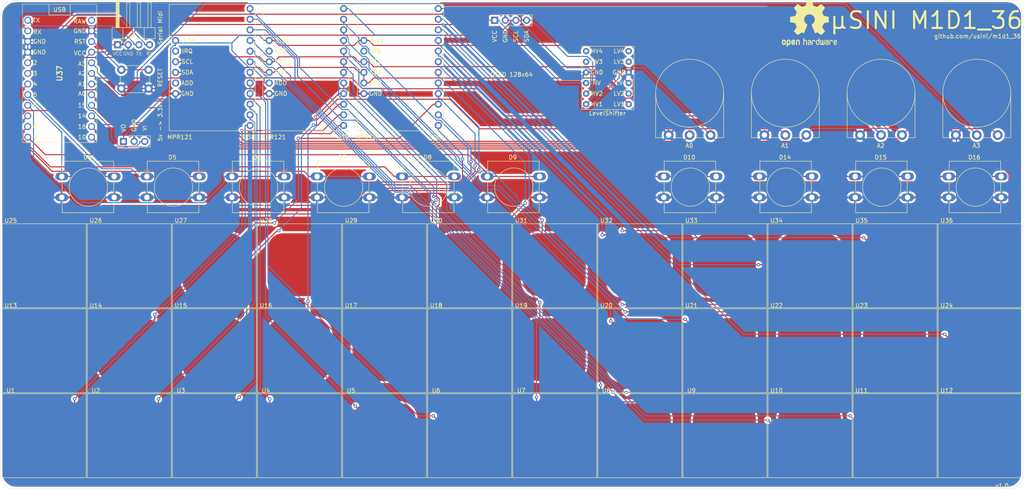
<source format=kicad_pcb>
(kicad_pcb (version 20171130) (host pcbnew "(5.1.5)-3")
  (layers (0 F.Cu signal hide) (31 B.Cu signal hide) (34 B.Paste user) (35 F.Paste user) (36 B.SilkS user) (37 F.SilkS user) (38 B.Mask user) (39 F.Mask user) (44 Edge.Cuts user))
  (net 0 "")
  (net 1 RX)
  (net 2 TX)
  (net 3 GND)
  (net 4 VCC)
  (net 5 E0)
  (net 6 E1)
  (net 7 E2)
  (net 8 E3)
  (net 9 E8)
  (net 10 E4)
  (net 11 E5)
  (net 12 E6)
  (net 13 E7)
  (net 14 E9)
  (net 15 E10)
  (net 16 E11)
  (net 17 F0)
  (net 18 F1)
  (net 19 F2)
  (net 20 F8)
  (net 21 F3)
  (net 22 F4)
  (net 23 F5)
  (net 24 F6)
  (net 25 F7)
  (net 26 F9)
  (net 27 F10)
  (net 28 F11)
  (net 29 G0)
  (net 30 G1)
  (net 31 G2)
  (net 32 G3)
  (net 33 G4)
  (net 34 G5)
  (net 35 G8)
  (net 36 G6)
  (net 37 G7)
  (net 38 G9)
  (net 39 G10)
  (net 40 G11)
  (net 41 A0)
  (net 42 A1)
  (net 43 A2)
  (net 44 A3)
  (net 45 SCL)
  (net 46 SDA)
  (net 47 4)
  (net 48 8)
  (net 49 16)
  (net 50 5)
  (net 51 9)
  (net 52 14)
  (net 53 6)
  (net 54 15)
  (net 55 7)
  (net 56 10)
  (net 57 RST)
  (net 58 2)
  (net 59 3)
  (net 60 +3V3)
  (module Symbol:OSHW-Logo2_14.6x12mm_SilkScreen (layer F.Cu) (at 216.662 37.846)
    (fp_text reference REF** hide)
    (fp_text value OSHW-Logo2_14.6x12mm_SilkScreen hide)
  )
  (module m1d1_36:voltage_regulator (layer F.Cu) (at 52.832 66.04 90)
    (fp_text reference U42 hide)
    (fp_text value "5v -> 3.3v" (at 4.445 8.763 270) (layer F.SilkS))
    (fp_text user VI (at 3.175 5.08 90) (layer F.SilkS))
    (fp_text user GND (at 3.81 2.54 90) (layer F.SilkS))
    (fp_text user VO (at 3.175 0 90) (layer F.SilkS))
    (pad 3 thru_hole oval (at 0 5.08 90) (size 1.7 1.7) (drill 1) (layers *.Cu *.Mask) (net 4 VCC))
    (pad 2 thru_hole oval (at 0 2.54 90) (size 1.7 1.7) (drill 1) (layers *.Cu *.Mask) (net 3 GND))
    (pad 1 thru_hole rect (at 0 0 90) (size 1.7 1.7) (drill 1) (layers *.Cu *.Mask) (net 60 +3V3))
  )
  (module m1d1_36:LevelShifter (layer F.Cu) (at 170.942 46.99 180)
    (fp_text reference U41 hide)
    (fp_text value LevelShifter (at 2.54 -12.319) (layer F.SilkS))
    (fp_text user HV1 (at 5.08 -10.16) (layer F.SilkS))
    (fp_text user HV2 (at 5.08 -7.62) (layer F.SilkS))
    (fp_text user HV (at 5.08 -5.08) (layer F.SilkS))
    (fp_text user GND (at 5.08 -2.54) (layer F.SilkS))
    (fp_text user HV3 (at 5.08 0) (layer F.SilkS))
    (fp_text user HV4 (at 5.08 2.54) (layer F.SilkS))
    (fp_text user LV1 (at -0.254 -10.16) (layer F.SilkS))
    (fp_text user LV2 (at -0.254 -7.62) (layer F.SilkS))
    (fp_text user LV (at -0.254 -5.08) (layer F.SilkS))
    (fp_text user GND (at -0.254 -2.54) (layer F.SilkS))
    (fp_text user LV3 (at -0.254 0) (layer F.SilkS))
    (fp_text user LV4 (at -0.254 2.54) (layer F.SilkS))
    (pad 6 thru_hole circle (at 7.62 2.54 180) (size 1.524 1.524) (drill 0.762) (layers *.Cu *.Mask))
    (pad 2 thru_hole circle (at 7.62 -7.62 180) (size 1.524 1.524) (drill 0.762) (layers *.Cu *.Mask) (net 59 3))
    (pad 3 thru_hole circle (at 7.62 -5.08 180) (size 1.524 1.524) (drill 0.762) (layers *.Cu *.Mask) (net 4 VCC))
    (pad 5 thru_hole circle (at 7.62 0 180) (size 1.524 1.524) (drill 0.762) (layers *.Cu *.Mask))
    (pad 1 thru_hole circle (at 7.62 -10.16 180) (size 1.524 1.524) (drill 0.762) (layers *.Cu *.Mask) (net 58 2))
    (pad 4 thru_hole circle (at 7.62 -2.54 180) (size 1.524 1.524) (drill 0.762) (layers *.Cu *.Mask) (net 3 GND))
    (pad 11 thru_hole circle (at -2.54 0 180) (size 1.524 1.524) (drill 0.762) (layers *.Cu *.Mask))
    (pad 9 thru_hole circle (at -2.54 -5.08 180) (size 1.524 1.524) (drill 0.762) (layers *.Cu *.Mask) (net 60 +3V3))
    (pad 12 thru_hole circle (at -2.54 2.54 180) (size 1.524 1.524) (drill 0.762) (layers *.Cu *.Mask))
    (pad 10 thru_hole circle (at -2.54 -2.54 180) (size 1.524 1.524) (drill 0.762) (layers *.Cu *.Mask) (net 3 GND))
    (pad 8 thru_hole circle (at -2.54 -7.62 180) (size 1.524 1.524) (drill 0.762) (layers *.Cu *.Mask) (net 45 SCL))
    (pad 7 thru_hole circle (at -2.54 -10.16 180) (size 1.524 1.524) (drill 0.762) (layers *.Cu *.Mask) (net 46 SDA))
  )
  (module m1d1_36:mpr121 (layer F.Cu) (at 109.982 34.544)
    (fp_text reference U40 (at 17.78 30.48) (layer F.SilkS))
    (fp_text value G)
    (fp_text user 3.3V (at 3.302 7.366) (layer F.SilkS))
    (fp_text user IRQ (at 3.048 9.906) (layer F.SilkS))
    (fp_text user SCL (at 3.048 12.446) (layer F.SilkS))
    (fp_text user SDA (at 3.048 14.986) (layer F.SilkS))
    (fp_text user ADD (at 3.048 17.526) (layer F.SilkS))
    (fp_text user GND (at 3.048 20.066) (layer F.SilkS))
    (fp_text user MPR121 (at 1.27 30.48 180) (layer F.SilkS))
    (pad 18 thru_hole oval (at 18.034 -0.254) (size 1.7 1.7) (drill 1) (layers *.Cu *.Mask) (net 40 G11))
    (pad 17 thru_hole oval (at 18.034 2.286) (size 1.7 1.7) (drill 1) (layers *.Cu *.Mask) (net 39 G10))
    (pad 16 thru_hole oval (at 18.034 4.826) (size 1.7 1.7) (drill 1) (layers *.Cu *.Mask) (net 38 G9))
    (pad 14 thru_hole oval (at 18.034 9.906) (size 1.7 1.7) (drill 1) (layers *.Cu *.Mask) (net 37 G7))
    (pad 13 thru_hole oval (at 18.034 12.446) (size 1.7 1.7) (drill 1) (layers *.Cu *.Mask) (net 36 G6))
    (pad 12 thru_hole oval (at 18.034 14.986) (size 1.7 1.7) (drill 1) (layers *.Cu *.Mask) (net 34 G5))
    (pad 11 thru_hole oval (at 18.034 17.526) (size 1.7 1.7) (drill 1) (layers *.Cu *.Mask) (net 33 G4))
    (pad 10 thru_hole oval (at 18.034 20.066) (size 1.7 1.7) (drill 1) (layers *.Cu *.Mask) (net 32 G3))
    (pad 9 thru_hole oval (at 18.034 22.606) (size 1.7 1.7) (drill 1) (layers *.Cu *.Mask) (net 31 G2))
    (pad 8 thru_hole oval (at 18.034 25.146) (size 1.7 1.7) (drill 1) (layers *.Cu *.Mask) (net 30 G1))
    (pad 7 thru_hole oval (at 18.034 27.686) (size 1.7 1.7) (drill 1) (layers *.Cu *.Mask) (net 29 G0))
    (pad 15 thru_hole oval (at 18.034 7.366) (size 1.7 1.7) (drill 1) (layers *.Cu *.Mask) (net 35 G8))
    (pad 5 thru_hole oval (at 0.254 9.906) (size 1.7 1.7) (drill 1) (layers *.Cu *.Mask))
    (pad 6 thru_hole oval (at 0.254 7.366) (size 1.7 1.7) (drill 1) (layers *.Cu *.Mask) (net 60 +3V3))
    (pad 3 thru_hole oval (at 0.254 14.986) (size 1.7 1.7) (drill 1) (layers *.Cu *.Mask) (net 46 SDA))
    (pad 2 thru_hole oval (at 0.254 17.526) (size 1.7 1.7) (drill 1) (layers *.Cu *.Mask) (net 46 SDA))
    (pad 1 thru_hole oval (at 0.254 20.066) (size 1.7 1.7) (drill 1) (layers *.Cu *.Mask) (net 3 GND))
    (pad 4 thru_hole oval (at 0.254 12.446) (size 1.7 1.7) (drill 1) (layers *.Cu *.Mask) (net 45 SCL))
  )
  (module m1d1_36:mpr121 (layer F.Cu) (at 87.376 34.544)
    (fp_text reference U39 (at 17.78 30.48) (layer F.SilkS))
    (fp_text value F)
    (fp_text user 3.3V (at 3.302 7.366) (layer F.SilkS))
    (fp_text user IRQ (at 3.048 9.906) (layer F.SilkS))
    (fp_text user SCL (at 3.048 12.446) (layer F.SilkS))
    (fp_text user SDA (at 3.048 14.986) (layer F.SilkS))
    (fp_text user ADD (at 3.048 17.526) (layer F.SilkS))
    (fp_text user GND (at 3.048 20.066) (layer F.SilkS))
    (fp_text user MPR121 (at 1.27 30.48 180) (layer F.SilkS))
    (pad 18 thru_hole oval (at 18.034 -0.254) (size 1.7 1.7) (drill 1) (layers *.Cu *.Mask) (net 28 F11))
    (pad 17 thru_hole oval (at 18.034 2.286) (size 1.7 1.7) (drill 1) (layers *.Cu *.Mask) (net 27 F10))
    (pad 16 thru_hole oval (at 18.034 4.826) (size 1.7 1.7) (drill 1) (layers *.Cu *.Mask) (net 26 F9))
    (pad 14 thru_hole oval (at 18.034 9.906) (size 1.7 1.7) (drill 1) (layers *.Cu *.Mask) (net 25 F7))
    (pad 13 thru_hole oval (at 18.034 12.446) (size 1.7 1.7) (drill 1) (layers *.Cu *.Mask) (net 24 F6))
    (pad 12 thru_hole oval (at 18.034 14.986) (size 1.7 1.7) (drill 1) (layers *.Cu *.Mask) (net 23 F5))
    (pad 11 thru_hole oval (at 18.034 17.526) (size 1.7 1.7) (drill 1) (layers *.Cu *.Mask) (net 22 F4))
    (pad 10 thru_hole oval (at 18.034 20.066) (size 1.7 1.7) (drill 1) (layers *.Cu *.Mask) (net 21 F3))
    (pad 9 thru_hole oval (at 18.034 22.606) (size 1.7 1.7) (drill 1) (layers *.Cu *.Mask) (net 19 F2))
    (pad 8 thru_hole oval (at 18.034 25.146) (size 1.7 1.7) (drill 1) (layers *.Cu *.Mask) (net 18 F1))
    (pad 7 thru_hole oval (at 18.034 27.686) (size 1.7 1.7) (drill 1) (layers *.Cu *.Mask) (net 17 F0))
    (pad 15 thru_hole oval (at 18.034 7.366) (size 1.7 1.7) (drill 1) (layers *.Cu *.Mask) (net 20 F8))
    (pad 5 thru_hole oval (at 0.254 9.906) (size 1.7 1.7) (drill 1) (layers *.Cu *.Mask))
    (pad 6 thru_hole oval (at 0.254 7.366) (size 1.7 1.7) (drill 1) (layers *.Cu *.Mask) (net 60 +3V3))
    (pad 3 thru_hole oval (at 0.254 14.986) (size 1.7 1.7) (drill 1) (layers *.Cu *.Mask) (net 46 SDA))
    (pad 2 thru_hole oval (at 0.254 17.526) (size 1.7 1.7) (drill 1) (layers *.Cu *.Mask) (net 60 +3V3))
    (pad 1 thru_hole oval (at 0.254 20.066) (size 1.7 1.7) (drill 1) (layers *.Cu *.Mask) (net 3 GND))
    (pad 4 thru_hole oval (at 0.254 12.446) (size 1.7 1.7) (drill 1) (layers *.Cu *.Mask) (net 45 SCL))
  )
  (module m1d1_36:mpr121 (layer F.Cu) (at 65.024 34.544)
    (fp_text reference U38 (at 17.78 30.48) (layer F.SilkS))
    (fp_text value E)
    (fp_text user 3.3V (at 3.302 7.366) (layer F.SilkS))
    (fp_text user IRQ (at 3.048 9.906) (layer F.SilkS))
    (fp_text user SCL (at 3.048 12.446) (layer F.SilkS))
    (fp_text user SDA (at 3.048 14.986) (layer F.SilkS))
    (fp_text user ADD (at 3.048 17.526) (layer F.SilkS))
    (fp_text user GND (at 3.048 20.066) (layer F.SilkS))
    (fp_text user MPR121 (at 1.27 30.48 180) (layer F.SilkS))
    (pad 18 thru_hole oval (at 18.034 -0.254) (size 1.7 1.7) (drill 1) (layers *.Cu *.Mask) (net 16 E11))
    (pad 17 thru_hole oval (at 18.034 2.286) (size 1.7 1.7) (drill 1) (layers *.Cu *.Mask) (net 15 E10))
    (pad 16 thru_hole oval (at 18.034 4.826) (size 1.7 1.7) (drill 1) (layers *.Cu *.Mask) (net 14 E9))
    (pad 14 thru_hole oval (at 18.034 9.906) (size 1.7 1.7) (drill 1) (layers *.Cu *.Mask) (net 13 E7))
    (pad 13 thru_hole oval (at 18.034 12.446) (size 1.7 1.7) (drill 1) (layers *.Cu *.Mask) (net 12 E6))
    (pad 12 thru_hole oval (at 18.034 14.986) (size 1.7 1.7) (drill 1) (layers *.Cu *.Mask) (net 11 E5))
    (pad 11 thru_hole oval (at 18.034 17.526) (size 1.7 1.7) (drill 1) (layers *.Cu *.Mask) (net 10 E4))
    (pad 10 thru_hole oval (at 18.034 20.066) (size 1.7 1.7) (drill 1) (layers *.Cu *.Mask) (net 8 E3))
    (pad 9 thru_hole oval (at 18.034 22.606) (size 1.7 1.7) (drill 1) (layers *.Cu *.Mask) (net 7 E2))
    (pad 8 thru_hole oval (at 18.034 25.146) (size 1.7 1.7) (drill 1) (layers *.Cu *.Mask) (net 6 E1))
    (pad 7 thru_hole oval (at 18.034 27.686) (size 1.7 1.7) (drill 1) (layers *.Cu *.Mask) (net 5 E0))
    (pad 15 thru_hole oval (at 18.034 7.366) (size 1.7 1.7) (drill 1) (layers *.Cu *.Mask) (net 9 E8))
    (pad 5 thru_hole oval (at 0.254 9.906) (size 1.7 1.7) (drill 1) (layers *.Cu *.Mask))
    (pad 6 thru_hole oval (at 0.254 7.366) (size 1.7 1.7) (drill 1) (layers *.Cu *.Mask) (net 60 +3V3))
    (pad 3 thru_hole oval (at 0.254 14.986) (size 1.7 1.7) (drill 1) (layers *.Cu *.Mask) (net 46 SDA))
    (pad 2 thru_hole oval (at 0.254 17.526) (size 1.7 1.7) (drill 1) (layers *.Cu *.Mask))
    (pad 1 thru_hole oval (at 0.254 20.066) (size 1.7 1.7) (drill 1) (layers *.Cu *.Mask) (net 3 GND))
    (pad 4 thru_hole oval (at 0.254 12.446) (size 1.7 1.7) (drill 1) (layers *.Cu *.Mask) (net 45 SCL))
  )
  (module m1d1_36:pro_micro (layer F.Cu) (at 45.212 37.084 90)
    (fp_text reference U37 (at -12.7 -7.62 90) (layer F.SilkS) (effects (font (size 1.27 1.27) (thickness 0.254))))
    (fp_text value Micro hide)
    (fp_text user USB (at 2.54 -7.62) (layer F.SilkS))
    (pad 15 thru_hole circle (at -22.86 0 90) (size 1.665 1.665) (drill 1.11) (layers *.Cu *.Mask) (net 52 14))
    (pad 19 thru_hole circle (at -12.7 0 90) (size 1.665 1.665) (drill 1.11) (layers *.Cu *.Mask) (net 43 A2))
    (pad 14 thru_hole circle (at -25.4 0 90) (size 1.665 1.665) (drill 1.11) (layers *.Cu *.Mask) (net 49 16))
    (pad 16 thru_hole circle (at -20.32 0 90) (size 1.665 1.665) (drill 1.11) (layers *.Cu *.Mask) (net 54 15))
    (pad 23 thru_hole circle (at -2.54 0 90) (size 1.665 1.665) (drill 1.11) (layers *.Cu *.Mask) (net 3 GND))
    (pad 17 thru_hole circle (at -17.78 0 90) (size 1.665 1.665) (drill 1.11) (layers *.Cu *.Mask) (net 41 A0))
    (pad 21 thru_hole circle (at -7.62 0 90) (size 1.665 1.665) (drill 1.11) (layers *.Cu *.Mask) (net 4 VCC))
    (pad 18 thru_hole circle (at -15.24 0 90) (size 1.665 1.665) (drill 1.11) (layers *.Cu *.Mask) (net 42 A1))
    (pad 20 thru_hole circle (at -10.16 0 90) (size 1.665 1.665) (drill 1.11) (layers *.Cu *.Mask) (net 44 A3))
    (pad 13 thru_hole circle (at -27.94 0 90) (size 1.665 1.665) (drill 1.11) (layers *.Cu *.Mask) (net 56 10))
    (pad 22 thru_hole circle (at -5.08 0 90) (size 1.665 1.665) (drill 1.11) (layers *.Cu *.Mask) (net 57 RST))
    (pad 24 thru_hole circle (at 0 0 90) (size 1.665 1.665) (drill 1.11) (layers *.Cu *.Mask))
    (pad 3 thru_hole circle (at -22.86 -15.24 90) (size 1.665 1.665) (drill 1.11) (layers *.Cu *.Mask) (net 55 7))
    (pad 2 thru_hole circle (at -25.4 -15.24 90) (size 1.665 1.665) (drill 1.11) (layers *.Cu *.Mask) (net 48 8))
    (pad 1 thru_hole circle (at -27.94 -15.24 90) (size 1.665 1.665) (drill 1.11) (layers *.Cu *.Mask) (net 51 9))
    (pad 12 thru_hole circle (at 0 -15.24 90) (size 1.665 1.665) (drill 1.11) (layers *.Cu *.Mask) (net 2 TX))
    (pad 11 thru_hole circle (at -2.54 -15.24 90) (size 1.665 1.665) (drill 1.11) (layers *.Cu *.Mask) (net 1 RX))
    (pad 10 thru_hole circle (at -5.08 -15.24 90) (size 1.665 1.665) (drill 1.11) (layers *.Cu *.Mask) (net 3 GND))
    (pad 9 thru_hole circle (at -7.62 -15.24 90) (size 1.665 1.665) (drill 1.11) (layers *.Cu *.Mask) (net 3 GND))
    (pad 8 thru_hole circle (at -10.16 -15.24 90) (size 1.665 1.665) (drill 1.11) (layers *.Cu *.Mask) (net 58 2))
    (pad 5 thru_hole circle (at -17.78 -15.24 90) (size 1.665 1.665) (drill 1.11) (layers *.Cu *.Mask) (net 50 5))
    (pad 7 thru_hole circle (at -12.7 -15.24 90) (size 1.665 1.665) (drill 1.11) (layers *.Cu *.Mask) (net 59 3))
    (pad 6 thru_hole circle (at -15.24 -15.24 90) (size 1.665 1.665) (drill 1.11) (layers *.Cu *.Mask) (net 47 4))
    (pad 4 thru_hole circle (at -20.32 -15.24 90) (size 1.665 1.665) (drill 1.11) (layers *.Cu *.Mask) (net 53 6))
  )
  (module m1d1_36:pad (layer F.Cu) (at 247.396 85.725)
    (fp_text reference U36 (at 2.032 -0.762) (layer F.SilkS))
    (fp_text value Pad)
    (pad 1 smd roundrect (at 9.906 9.779) (size 15 15) (layers F.Cu F.Paste F.Mask) (net 40 G11))
  )
  (module m1d1_36:pad (layer F.Cu) (at 227.076 85.725)
    (fp_text reference U35 (at 2.032 -0.762) (layer F.SilkS))
    (fp_text value Pad)
    (pad 1 smd roundrect (at 9.906 9.779) (size 15 15) (layers F.Cu F.Paste F.Mask) (net 39 G10))
  )
  (module m1d1_36:pad (layer F.Cu) (at 206.756 85.725)
    (fp_text reference U34 (at 2.032 -0.762) (layer F.SilkS))
    (fp_text value Pad)
    (pad 1 smd roundrect (at 9.906 9.779) (size 15 15) (layers F.Cu F.Paste F.Mask) (net 38 G9))
  )
  (module m1d1_36:pad (layer F.Cu) (at 186.436 85.725)
    (fp_text reference U33 (at 2.032 -0.762) (layer F.SilkS))
    (fp_text value Pad)
    (pad 1 smd roundrect (at 9.906 9.779) (size 15 15) (layers F.Cu F.Paste F.Mask) (net 35 G8))
  )
  (module m1d1_36:pad (layer F.Cu) (at 166.116 85.725)
    (fp_text reference U32 (at 2.032 -0.762) (layer F.SilkS))
    (fp_text value Pad)
    (pad 1 smd roundrect (at 9.906 9.779) (size 15 15) (layers F.Cu F.Paste F.Mask) (net 37 G7))
  )
  (module m1d1_36:pad (layer F.Cu) (at 145.796 85.725)
    (fp_text reference U31 (at 2.032 -0.762) (layer F.SilkS))
    (fp_text value Pad)
    (pad 1 smd roundrect (at 9.906 9.779) (size 15 15) (layers F.Cu F.Paste F.Mask) (net 36 G6))
  )
  (module m1d1_36:pad (layer F.Cu) (at 125.476 85.725)
    (fp_text reference U30 (at 2.032 -0.762) (layer F.SilkS))
    (fp_text value Pad)
    (pad 1 smd roundrect (at 9.906 9.779) (size 15 15) (layers F.Cu F.Paste F.Mask) (net 34 G5))
  )
  (module m1d1_36:pad (layer F.Cu) (at 105.156 85.725)
    (fp_text reference U29 (at 2.032 -0.762) (layer F.SilkS))
    (fp_text value Pad)
    (pad 1 smd roundrect (at 9.906 9.779) (size 15 15) (layers F.Cu F.Paste F.Mask) (net 33 G4))
  )
  (module m1d1_36:pad (layer F.Cu) (at 84.836 85.725)
    (fp_text reference U28 (at 2.032 -0.762) (layer F.SilkS))
    (fp_text value Pad)
    (pad 1 smd roundrect (at 9.906 9.779) (size 15 15) (layers F.Cu F.Paste F.Mask) (net 32 G3))
  )
  (module m1d1_36:pad (layer F.Cu) (at 64.516 85.725)
    (fp_text reference U27 (at 2.032 -0.762) (layer F.SilkS))
    (fp_text value Pad)
    (pad 1 smd roundrect (at 9.906 9.779) (size 15 15) (layers F.Cu F.Paste F.Mask) (net 31 G2))
  )
  (module m1d1_36:pad (layer F.Cu) (at 44.196 85.725)
    (fp_text reference U26 (at 2.032 -0.762) (layer F.SilkS))
    (fp_text value Pad)
    (pad 1 smd roundrect (at 9.906 9.779) (size 15 15) (layers F.Cu F.Paste F.Mask) (net 30 G1))
  )
  (module m1d1_36:pad (layer F.Cu) (at 23.876 85.725)
    (fp_text reference U25 (at 2.032 -0.762) (layer F.SilkS))
    (fp_text value Pad)
    (pad 1 smd roundrect (at 9.906 9.779) (size 15 15) (layers F.Cu F.Paste F.Mask) (net 29 G0))
  )
  (module m1d1_36:pad (layer F.Cu) (at 247.396 106.045)
    (fp_text reference U24 (at 2.032 -0.762) (layer F.SilkS))
    (fp_text value Pad)
    (pad 1 smd roundrect (at 9.906 9.779) (size 15 15) (layers F.Cu F.Paste F.Mask) (net 28 F11))
  )
  (module m1d1_36:pad (layer F.Cu) (at 227.076 106.045)
    (fp_text reference U23 (at 2.032 -0.762) (layer F.SilkS))
    (fp_text value Pad)
    (pad 1 smd roundrect (at 9.906 9.779) (size 15 15) (layers F.Cu F.Paste F.Mask) (net 27 F10))
  )
  (module m1d1_36:pad (layer F.Cu) (at 206.756 106.045)
    (fp_text reference U22 (at 2.032 -0.762) (layer F.SilkS))
    (fp_text value Pad)
    (pad 1 smd roundrect (at 9.906 9.779) (size 15 15) (layers F.Cu F.Paste F.Mask) (net 26 F9))
  )
  (module m1d1_36:pad (layer F.Cu) (at 186.436 106.045)
    (fp_text reference U21 (at 2.032 -0.762) (layer F.SilkS))
    (fp_text value Pad)
    (pad 1 smd roundrect (at 9.906 9.779) (size 15 15) (layers F.Cu F.Paste F.Mask) (net 20 F8))
  )
  (module m1d1_36:pad (layer F.Cu) (at 166.116 106.045)
    (fp_text reference U20 (at 2.032 -0.762) (layer F.SilkS))
    (fp_text value Pad)
    (pad 1 smd roundrect (at 9.906 9.779) (size 15 15) (layers F.Cu F.Paste F.Mask) (net 25 F7))
  )
  (module m1d1_36:pad (layer F.Cu) (at 145.796 106.045)
    (fp_text reference U19 (at 2.032 -0.762) (layer F.SilkS))
    (fp_text value Pad)
    (pad 1 smd roundrect (at 9.906 9.779) (size 15 15) (layers F.Cu F.Paste F.Mask) (net 24 F6))
  )
  (module m1d1_36:pad (layer F.Cu) (at 125.476 106.045)
    (fp_text reference U18 (at 2.032 -0.762) (layer F.SilkS))
    (fp_text value Pad)
    (pad 1 smd roundrect (at 9.906 9.779) (size 15 15) (layers F.Cu F.Paste F.Mask) (net 23 F5))
  )
  (module m1d1_36:pad (layer F.Cu) (at 105.156 106.045)
    (fp_text reference U17 (at 2.032 -0.762) (layer F.SilkS))
    (fp_text value Pad)
    (pad 1 smd roundrect (at 9.906 9.779) (size 15 15) (layers F.Cu F.Paste F.Mask) (net 22 F4))
  )
  (module m1d1_36:pad (layer F.Cu) (at 84.836 106.045)
    (fp_text reference U16 (at 2.032 -0.762) (layer F.SilkS))
    (fp_text value Pad)
    (pad 1 smd roundrect (at 9.906 9.779) (size 15 15) (layers F.Cu F.Paste F.Mask) (net 21 F3))
  )
  (module m1d1_36:pad (layer F.Cu) (at 64.516 106.045)
    (fp_text reference U15 (at 2.032 -0.762) (layer F.SilkS))
    (fp_text value Pad)
    (pad 1 smd roundrect (at 9.906 9.779) (size 15 15) (layers F.Cu F.Paste F.Mask) (net 19 F2))
  )
  (module m1d1_36:pad (layer F.Cu) (at 44.196 106.045)
    (fp_text reference U14 (at 2.032 -0.762) (layer F.SilkS))
    (fp_text value Pad)
    (pad 1 smd roundrect (at 9.906 9.779) (size 15 15) (layers F.Cu F.Paste F.Mask) (net 18 F1))
  )
  (module m1d1_36:pad (layer F.Cu) (at 23.876 106.045)
    (fp_text reference U13 (at 2.032 -0.762) (layer F.SilkS))
    (fp_text value Pad)
    (pad 1 smd roundrect (at 9.906 9.779) (size 15 15) (layers F.Cu F.Paste F.Mask) (net 17 F0))
  )
  (module m1d1_36:pad (layer F.Cu) (at 247.396 126.365)
    (fp_text reference U12 (at 2.032 -0.762) (layer F.SilkS))
    (fp_text value Pad)
    (pad 1 smd roundrect (at 9.906 9.779) (size 15 15) (layers F.Cu F.Paste F.Mask) (net 16 E11))
  )
  (module m1d1_36:pad (layer F.Cu) (at 227.076 126.365)
    (fp_text reference U11 (at 2.032 -0.762) (layer F.SilkS))
    (fp_text value Pad)
    (pad 1 smd roundrect (at 9.906 9.779) (size 15 15) (layers F.Cu F.Paste F.Mask) (net 15 E10))
  )
  (module m1d1_36:pad (layer F.Cu) (at 206.756 126.365)
    (fp_text reference U10 (at 2.032 -0.762) (layer F.SilkS))
    (fp_text value Pad)
    (pad 1 smd roundrect (at 9.906 9.779) (size 15 15) (layers F.Cu F.Paste F.Mask) (net 14 E9))
  )
  (module m1d1_36:pad (layer F.Cu) (at 186.436 126.365)
    (fp_text reference U9 (at 2.032 -0.762) (layer F.SilkS))
    (fp_text value Pad)
    (pad 1 smd roundrect (at 9.906 9.779) (size 15 15) (layers F.Cu F.Paste F.Mask) (net 9 E8))
  )
  (module m1d1_36:pad (layer F.Cu) (at 166.116 126.365)
    (fp_text reference U8 (at 2.032 -0.762) (layer F.SilkS))
    (fp_text value Pad)
    (pad 1 smd roundrect (at 9.906 9.779) (size 15 15) (layers F.Cu F.Paste F.Mask) (net 13 E7))
  )
  (module m1d1_36:pad (layer F.Cu) (at 145.796 126.365)
    (fp_text reference U7 (at 2.032 -0.762) (layer F.SilkS))
    (fp_text value Pad)
    (pad 1 smd roundrect (at 9.906 9.779) (size 15 15) (layers F.Cu F.Paste F.Mask) (net 12 E6))
  )
  (module m1d1_36:pad (layer F.Cu) (at 125.476 126.365)
    (fp_text reference U6 (at 2.032 -0.762) (layer F.SilkS))
    (fp_text value Pad)
    (pad 1 smd roundrect (at 9.906 9.779) (size 15 15) (layers F.Cu F.Paste F.Mask) (net 11 E5))
  )
  (module m1d1_36:pad (layer F.Cu) (at 105.156 126.365)
    (fp_text reference U5 (at 2.032 -0.762) (layer F.SilkS))
    (fp_text value Pad)
    (pad 1 smd roundrect (at 9.906 9.779) (size 15 15) (layers F.Cu F.Paste F.Mask) (net 10 E4))
  )
  (module m1d1_36:pad (layer F.Cu) (at 84.836 126.365)
    (fp_text reference U4 (at 2.032 -0.762) (layer F.SilkS))
    (fp_text value Pad)
    (pad 1 smd roundrect (at 9.906 9.779) (size 15 15) (layers F.Cu F.Paste F.Mask) (net 8 E3))
  )
  (module m1d1_36:pad (layer F.Cu) (at 64.516 126.365)
    (fp_text reference U3 (at 2.032 -0.762) (layer F.SilkS))
    (fp_text value Pad)
    (pad 1 smd roundrect (at 9.906 9.779) (size 15 15) (layers F.Cu F.Paste F.Mask) (net 7 E2))
  )
  (module m1d1_36:pad (layer F.Cu) (at 44.196 126.365)
    (fp_text reference U2 (at 2.032 -0.762) (layer F.SilkS))
    (fp_text value Pad)
    (pad 1 smd roundrect (at 9.906 9.779) (size 15 15) (layers F.Cu F.Paste F.Mask) (net 6 E1))
  )
  (module m1d1_36:pad (layer F.Cu) (at 23.876 126.365)
    (fp_text reference U1 (at 2.032 -0.762) (layer F.SilkS))
    (fp_text value Pad)
    (pad 1 smd roundrect (at 9.906 9.779) (size 15 15) (layers F.Cu F.Paste F.Mask) (net 5 E0))
  )
  (module m1d1_36:SW_PUSH-12mm (layer F.Cu) (at 181.864 74.422)
    (fp_text reference SW11 hide)
    (fp_text value D10 (at 6.096 -4.572) (layer F.SilkS))
    (pad 2 thru_hole oval (at 0 5) (size 3.048 1.85) (drill 1.3) (layers *.Cu *.Mask) (net 3 GND))
    (pad 1 thru_hole oval (at 0 0) (size 3.048 1.85) (drill 1.3) (layers *.Cu *.Mask) (net 56 10))
    (pad 2 thru_hole oval (at 12.5 5) (size 3.048 1.85) (drill 1.3) (layers *.Cu *.Mask) (net 3 GND))
    (pad 1 thru_hole oval (at 12.5 0) (size 3.048 1.85) (drill 1.3) (layers *.Cu *.Mask) (net 56 10))
  )
  (module m1d1_36:SW_PUSH-12mm (layer F.Cu) (at 99.06 74.422)
    (fp_text reference SW10 hide)
    (fp_text value D7 (at 6.096 -4.572) (layer F.SilkS))
    (pad 2 thru_hole oval (at 0 5) (size 3.048 1.85) (drill 1.3) (layers *.Cu *.Mask) (net 3 GND))
    (pad 1 thru_hole oval (at 0 0) (size 3.048 1.85) (drill 1.3) (layers *.Cu *.Mask) (net 55 7))
    (pad 2 thru_hole oval (at 12.5 5) (size 3.048 1.85) (drill 1.3) (layers *.Cu *.Mask) (net 3 GND))
    (pad 1 thru_hole oval (at 12.5 0) (size 3.048 1.85) (drill 1.3) (layers *.Cu *.Mask) (net 55 7))
  )
  (module m1d1_36:SW_PUSH-12mm (layer F.Cu) (at 227.584 74.422)
    (fp_text reference SW9 hide)
    (fp_text value D15 (at 6.096 -4.572) (layer F.SilkS))
    (pad 2 thru_hole oval (at 0 5) (size 3.048 1.85) (drill 1.3) (layers *.Cu *.Mask) (net 3 GND))
    (pad 1 thru_hole oval (at 0 0) (size 3.048 1.85) (drill 1.3) (layers *.Cu *.Mask) (net 54 15))
    (pad 2 thru_hole oval (at 12.5 5) (size 3.048 1.85) (drill 1.3) (layers *.Cu *.Mask) (net 3 GND))
    (pad 1 thru_hole oval (at 12.5 0) (size 3.048 1.85) (drill 1.3) (layers *.Cu *.Mask) (net 54 15))
  )
  (module m1d1_36:SW_PUSH-12mm (layer F.Cu) (at 78.74 74.422)
    (fp_text reference SW7 hide)
    (fp_text value D6 (at 6.096 -4.572) (layer F.SilkS))
    (pad 2 thru_hole oval (at 0 5) (size 3.048 1.85) (drill 1.3) (layers *.Cu *.Mask) (net 3 GND))
    (pad 1 thru_hole oval (at 0 0) (size 3.048 1.85) (drill 1.3) (layers *.Cu *.Mask) (net 53 6))
    (pad 2 thru_hole oval (at 12.5 5) (size 3.048 1.85) (drill 1.3) (layers *.Cu *.Mask) (net 3 GND))
    (pad 1 thru_hole oval (at 12.5 0) (size 3.048 1.85) (drill 1.3) (layers *.Cu *.Mask) (net 53 6))
  )
  (module m1d1_36:SW_PUSH-12mm (layer F.Cu) (at 204.724 74.422)
    (fp_text reference SW6 hide)
    (fp_text value D14 (at 6.096 -4.572) (layer F.SilkS))
    (pad 2 thru_hole oval (at 0 5) (size 3.048 1.85) (drill 1.3) (layers *.Cu *.Mask) (net 3 GND))
    (pad 1 thru_hole oval (at 0 0) (size 3.048 1.85) (drill 1.3) (layers *.Cu *.Mask) (net 52 14))
    (pad 2 thru_hole oval (at 12.5 5) (size 3.048 1.85) (drill 1.3) (layers *.Cu *.Mask) (net 3 GND))
    (pad 1 thru_hole oval (at 12.5 0) (size 3.048 1.85) (drill 1.3) (layers *.Cu *.Mask) (net 52 14))
  )
  (module m1d1_36:SW_PUSH-12mm (layer F.Cu) (at 139.7 74.422)
    (fp_text reference SW5 hide)
    (fp_text value D9 (at 6.096 -4.572) (layer F.SilkS))
    (pad 2 thru_hole oval (at 0 5) (size 3.048 1.85) (drill 1.3) (layers *.Cu *.Mask) (net 3 GND))
    (pad 1 thru_hole oval (at 0 0) (size 3.048 1.85) (drill 1.3) (layers *.Cu *.Mask) (net 51 9))
    (pad 2 thru_hole oval (at 12.5 5) (size 3.048 1.85) (drill 1.3) (layers *.Cu *.Mask) (net 3 GND))
    (pad 1 thru_hole oval (at 12.5 0) (size 3.048 1.85) (drill 1.3) (layers *.Cu *.Mask) (net 51 9))
  )
  (module m1d1_36:SW_PUSH-12mm (layer F.Cu) (at 58.42 74.422)
    (fp_text reference SW4 hide)
    (fp_text value D5 (at 6.096 -4.572) (layer F.SilkS))
    (pad 2 thru_hole oval (at 0 5) (size 3.048 1.85) (drill 1.3) (layers *.Cu *.Mask) (net 3 GND))
    (pad 1 thru_hole oval (at 0 0) (size 3.048 1.85) (drill 1.3) (layers *.Cu *.Mask) (net 50 5))
    (pad 2 thru_hole oval (at 12.5 5) (size 3.048 1.85) (drill 1.3) (layers *.Cu *.Mask) (net 3 GND))
    (pad 1 thru_hole oval (at 12.5 0) (size 3.048 1.85) (drill 1.3) (layers *.Cu *.Mask) (net 50 5))
  )
  (module m1d1_36:SW_PUSH-12mm (layer F.Cu) (at 249.936 74.422)
    (fp_text reference SW3 hide)
    (fp_text value D16 (at 6.096 -4.572) (layer F.SilkS))
    (pad 2 thru_hole oval (at 0 5) (size 3.048 1.85) (drill 1.3) (layers *.Cu *.Mask) (net 3 GND))
    (pad 1 thru_hole oval (at 0 0) (size 3.048 1.85) (drill 1.3) (layers *.Cu *.Mask) (net 49 16))
    (pad 2 thru_hole oval (at 12.5 5) (size 3.048 1.85) (drill 1.3) (layers *.Cu *.Mask) (net 3 GND))
    (pad 1 thru_hole oval (at 12.5 0) (size 3.048 1.85) (drill 1.3) (layers *.Cu *.Mask) (net 49 16))
  )
  (module m1d1_36:SW_PUSH-12mm (layer F.Cu) (at 119.38 74.422)
    (fp_text reference SW2 hide)
    (fp_text value D8 (at 6.096 -4.572) (layer F.SilkS))
    (pad 2 thru_hole oval (at 0 5) (size 3.048 1.85) (drill 1.3) (layers *.Cu *.Mask) (net 3 GND))
    (pad 1 thru_hole oval (at 0 0) (size 3.048 1.85) (drill 1.3) (layers *.Cu *.Mask) (net 48 8))
    (pad 2 thru_hole oval (at 12.5 5) (size 3.048 1.85) (drill 1.3) (layers *.Cu *.Mask) (net 3 GND))
    (pad 1 thru_hole oval (at 12.5 0) (size 3.048 1.85) (drill 1.3) (layers *.Cu *.Mask) (net 48 8))
  )
  (module m1d1_36:SW_PUSH-12mm (layer F.Cu) (at 38.1 74.422)
    (fp_text reference SW1 hide)
    (fp_text value D4 (at 6.096 -4.572) (layer F.SilkS))
    (pad 2 thru_hole oval (at 0 5) (size 3.048 1.85) (drill 1.3) (layers *.Cu *.Mask) (net 3 GND))
    (pad 1 thru_hole oval (at 0 0) (size 3.048 1.85) (drill 1.3) (layers *.Cu *.Mask) (net 47 4))
    (pad 2 thru_hole oval (at 12.5 5) (size 3.048 1.85) (drill 1.3) (layers *.Cu *.Mask) (net 3 GND))
    (pad 1 thru_hole oval (at 12.5 0) (size 3.048 1.85) (drill 1.3) (layers *.Cu *.Mask) (net 47 4))
  )
  (module m1d1_36:pot (layer F.Cu) (at 261.62 64.516 90)
    (fp_text reference RV4 hide)
    (fp_text value A3 (at -2.54 -5.08) (layer F.SilkS))
    (pad 3 thru_hole circle (at 0 -10 90) (size 2.34 2.34) (drill 1.3) (layers *.Cu *.Mask) (net 3 GND))
    (pad 2 thru_hole circle (at 0 -5 90) (size 2.34 2.34) (drill 1.3) (layers *.Cu *.Mask) (net 44 A3))
    (pad 1 thru_hole circle (at 0 0 90) (size 2.34 2.34) (drill 1.3) (layers *.Cu *.Mask) (net 4 VCC))
  )
  (module m1d1_36:pot (layer F.Cu) (at 238.76 64.516 90)
    (fp_text reference RV3 hide)
    (fp_text value A2 (at -2.54 -5.08) (layer F.SilkS))
    (pad 3 thru_hole circle (at 0 -10 90) (size 2.34 2.34) (drill 1.3) (layers *.Cu *.Mask) (net 3 GND))
    (pad 2 thru_hole circle (at 0 -5 90) (size 2.34 2.34) (drill 1.3) (layers *.Cu *.Mask) (net 43 A2))
    (pad 1 thru_hole circle (at 0 0 90) (size 2.34 2.34) (drill 1.3) (layers *.Cu *.Mask) (net 4 VCC))
  )
  (module m1d1_36:pot (layer F.Cu) (at 215.9 64.516 90)
    (fp_text reference RV2 hide)
    (fp_text value A1 (at -2.54 -5.08) (layer F.SilkS))
    (pad 3 thru_hole circle (at 0 -10 90) (size 2.34 2.34) (drill 1.3) (layers *.Cu *.Mask) (net 3 GND))
    (pad 2 thru_hole circle (at 0 -5 90) (size 2.34 2.34) (drill 1.3) (layers *.Cu *.Mask) (net 42 A1))
    (pad 1 thru_hole circle (at 0 0 90) (size 2.34 2.34) (drill 1.3) (layers *.Cu *.Mask) (net 4 VCC))
  )
  (module m1d1_36:pot (layer F.Cu) (at 193.04 64.516 90)
    (fp_text reference RV1 hide)
    (fp_text value A0 (at -2.54 -5.08) (layer F.SilkS))
    (pad 3 thru_hole circle (at 0 -10 90) (size 2.34 2.34) (drill 1.3) (layers *.Cu *.Mask) (net 3 GND))
    (pad 2 thru_hole circle (at 0 -5 90) (size 2.34 2.34) (drill 1.3) (layers *.Cu *.Mask) (net 41 A0))
    (pad 1 thru_hole circle (at 0 0 90) (size 2.34 2.34) (drill 1.3) (layers *.Cu *.Mask) (net 4 VCC))
  )
  (module m1d1_36:oled_128x64 (layer F.Cu) (at 141.478 37.084 90)
    (fp_text reference J2 hide)
    (fp_text value "OLED Screen")
    (fp_text user "OLED 128x64" (at -12.954 4.064 180) (layer F.SilkS))
    (fp_text user VCC (at -3.81 0 90) (layer F.SilkS))
    (fp_text user GND (at -3.81 2.54 90) (layer F.SilkS))
    (fp_text user SCL (at -3.81 5.08 90) (layer F.SilkS))
    (fp_text user SDA (at -3.81 7.62 90) (layer F.SilkS))
    (pad 4 thru_hole oval (at 0 7.62 90) (size 1.7 1.7) (drill 1) (layers *.Cu *.Mask) (net 58 2))
    (pad 3 thru_hole oval (at 0 5.08 90) (size 1.7 1.7) (drill 1) (layers *.Cu *.Mask) (net 59 3))
    (pad 2 thru_hole oval (at 0 2.54 90) (size 1.7 1.7) (drill 1) (layers *.Cu *.Mask) (net 3 GND))
    (pad 1 thru_hole rect (at 0 0 90) (size 1.7 1.7) (drill 1) (layers *.Cu *.Mask) (net 4 VCC))
  )
  (module Connector_PinHeader_2.54mm:PinHeader_1x04_P2.54mm_Horizontal (layer F.Cu) (at 51.435 42.926 90)
    (fp_text reference J1 hide)
    (fp_text value "Serial Midi" (at 4.064 10.16 90) (layer F.SilkS))
    (pad 4 thru_hole oval (at 0 7.62 90) (size 1.7 1.7) (drill 1) (layers *.Cu *.Mask) (net 1 RX))
    (pad 3 thru_hole oval (at 0 5.08 90) (size 1.7 1.7) (drill 1) (layers *.Cu *.Mask) (net 2 TX))
    (pad 2 thru_hole oval (at 0 2.54 90) (size 1.7 1.7) (drill 1) (layers *.Cu *.Mask) (net 3 GND))
    (pad 1 thru_hole rect (at 0 0 90) (size 1.7 1.7) (drill 1) (layers *.Cu *.Mask) (net 4 VCC))
  )
  (module Button_Switch_THT:SW_PUSH_6mm (layer F.Cu) (at 52.324 48.895)
    (fp_text reference SW12 hide)
    (fp_text value RESET (at 9.271 1.905 90) (layer F.SilkS))
    (pad 1 thru_hole circle (at 6.5 0 90) (size 2 2) (drill 1.1) (layers *.Cu *.Mask) (net 57 RST))
    (pad 2 thru_hole circle (at 6.5 4.5 90) (size 2 2) (drill 1.1) (layers *.Cu *.Mask) (net 3 GND))
    (pad 1 thru_hole circle (at 0 0 90) (size 2 2) (drill 1.1) (layers *.Cu *.Mask) (net 57 RST))
    (pad 2 thru_hole circle (at 0 4.5 90) (size 2 2) (drill 1.1) (layers *.Cu *.Mask) (net 3 GND))
  )
  (gr_text TX (at 32.004 37.084) (layer F.SilkS) (effects (font (size 1 1))))
  (gr_text RX (at 32.258 39.878) (layer F.SilkS) (effects (font (size 1 1))))
  (gr_text GND (at 32.766 42.164) (layer F.SilkS) (effects (font (size 1 1))))
  (gr_text GND (at 32.766 44.704) (layer F.SilkS) (effects (font (size 1 1))))
  (gr_text 2 (at 31.75 47.244) (layer F.SilkS) (effects (font (size 1 1))))
  (gr_text 3 (at 31.75 49.784) (layer F.SilkS) (effects (font (size 1 1))))
  (gr_text 4 (at 31.75 52.324) (layer F.SilkS) (effects (font (size 1 1))))
  (gr_text 5 (at 31.75 54.864) (layer F.SilkS) (effects (font (size 1 1))))
  (gr_text 6 (at 31.75 57.404) (layer F.SilkS) (effects (font (size 1 1))))
  (gr_text 7 (at 31.75 59.944) (layer F.SilkS) (effects (font (size 1 1))))
  (gr_text 8 (at 31.75 62.484) (layer F.SilkS) (effects (font (size 1 1))))
  (gr_text 9 (at 31.75 65.024) (layer F.SilkS) (effects (font (size 1 1))))
  (gr_text 10 (at 42.926 65.024) (layer F.SilkS) (effects (font (size 1 1))))
  (gr_text 16 (at 42.926 62.484) (layer F.SilkS) (effects (font (size 1 1))))
  (gr_text 14 (at 42.926 59.944) (layer F.SilkS) (effects (font (size 1 1))))
  (gr_text 15 (at 42.926 57.404) (layer F.SilkS) (effects (font (size 1 1))))
  (gr_text A0 (at 42.926 54.61) (layer F.SilkS) (effects (font (size 1 1))))
  (gr_text A1 (at 42.926 52.324) (layer F.SilkS) (effects (font (size 1 1))))
  (gr_text A2 (at 42.926 49.784) (layer F.SilkS) (effects (font (size 1 1))))
  (gr_text A3 (at 42.926 47.498) (layer F.SilkS) (effects (font (size 1 1))))
  (gr_text VCC (at 42.418 44.958) (layer F.SilkS) (effects (font (size 1 1))))
  (gr_text RST (at 42.418 42.164) (layer F.SilkS) (effects (font (size 1 1))))
  (gr_text GND (at 42.418 39.624) (layer F.SilkS) (effects (font (size 1 1))))
  (gr_text RAW (at 42.418 37.338) (layer F.SilkS) (effects (font (size 1 1))))
  (gr_text v1.0 (at 262.636 148.336) (layer F.SilkS) (effects (font (size 1 1))))
  (gr_text github.com/usini/m1d1_36 (at 256.794 40.894) (layer F.SilkS) (effects (font (size 1 1))))
  (gr_text "µSINI M1D1_36" (at 244.602 37.084) (layer F.SilkS) (effects (font (size 4 4) (thickness 0.5))))
  (gr_text VCC (at 51.435 45.085) (layer F.SilkS) (effects (font (size 0.8 0.8) (thickness 0.1))))
  (gr_text GND (at 53.975 45.085) (layer F.SilkS) (effects (font (size 0.8 0.8) (thickness 0.1))))
  (gr_text TX (at 56.515 45.085) (layer F.SilkS) (effects (font (size 0.8 0.8) (thickness 0.1))))
  (gr_text RX (at 59.055 45.085) (layer F.SilkS) (effects (font (size 0.8 0.8) (thickness 0.1))))
  (gr_arc (start 27.178 36.068) (end 27.178 32.258) (angle -90) (layer Edge.Cuts) (width 0.05))
  (gr_line (start 263.906 32.258) (end 27.178 32.258) (layer Edge.Cuts) (width 0.05))
  (gr_arc (start 263.906 36.068) (end 267.716 36.068) (angle -90) (layer Edge.Cuts) (width 0.05))
  (gr_line (start 267.716 145.288) (end 267.716 36.068) (layer Edge.Cuts) (width 0.05))
  (gr_line (start 23.368 145.288) (end 23.368 36.068) (layer Edge.Cuts) (width 0.05))
  (gr_arc (start 263.906 145.288) (end 263.906 149.098) (angle -90) (layer Edge.Cuts) (width 0.05))
  (gr_arc (start 27.178 145.288) (end 23.368 145.288) (angle -90) (layer Edge.Cuts) (width 0.05))
  (gr_line (start 263.906 149.098) (end 27.178 149.098) (layer Edge.Cuts) (width 0.05))
  (segment (start 59.055 42.926) (end 57.8797 42.926) (width 0.25) (layer B.Cu) (net 1))
  (segment (start 29.972 39.624) (end 28.8052 38.4572) (width 0.25) (layer B.Cu) (net 1))
  (segment (start 28.8052 38.4572) (end 28.8052 36.5589) (width 0.25) (layer B.Cu) (net 1))
  (segment (start 28.8052 36.5589) (end 29.4518 35.9123) (width 0.25) (layer B.Cu) (net 1))
  (segment (start 29.4518 35.9123) (end 51.2333 35.9123) (width 0.25) (layer B.Cu) (net 1))
  (segment (start 51.2333 35.9123) (end 57.8797 42.5587) (width 0.25) (layer B.Cu) (net 1))
  (segment (start 57.8797 42.5587) (end 57.8797 42.926) (width 0.25) (layer B.Cu) (net 1))
  (segment (start 56.515 42.926) (end 55.3397 42.926) (width 0.25) (layer B.Cu) (net 2))
  (segment (start 29.972 37.084) (end 31.3314 38.4434) (width 0.25) (layer B.Cu) (net 2))
  (segment (start 31.3314 38.4434) (end 51.2244 38.4434) (width 0.25) (layer B.Cu) (net 2))
  (segment (start 51.2244 38.4434) (end 55.3397 42.5587) (width 0.25) (layer B.Cu) (net 2))
  (segment (start 55.3397 42.5587) (end 55.3397 42.926) (width 0.25) (layer B.Cu) (net 2))
  (segment (start 121.2293 79.422) (end 122.2201 78.4312) (width 0.25) (layer F.Cu) (net 3))
  (segment (start 122.2201 78.4312) (end 129.0399 78.4312) (width 0.25) (layer F.Cu) (net 3))
  (segment (start 129.0399 78.4312) (end 130.0307 79.422) (width 0.25) (layer F.Cu) (net 3))
  (segment (start 119.38 79.422) (end 121.2293 79.422) (width 0.25) (layer F.Cu) (net 3))
  (segment (start 131.88 79.422) (end 130.0307 79.422) (width 0.25) (layer F.Cu) (net 3))
  (segment (start 139.7 79.422) (end 131.88 79.422) (width 0.25) (layer F.Cu) (net 3))
  (segment (start 144.018 37.084) (end 145.1933 37.084) (width 0.25) (layer B.Cu) (net 3))
  (segment (start 145.1933 37.084) (end 145.1933 37.4513) (width 0.25) (layer B.Cu) (net 3))
  (segment (start 145.1933 37.4513) (end 157.272 49.53) (width 0.25) (layer B.Cu) (net 3))
  (segment (start 157.272 49.53) (end 163.322 49.53) (width 0.25) (layer B.Cu) (net 3))
  (segment (start 110.236 54.61) (end 109.0607 54.61) (width 0.25) (layer F.Cu) (net 3))
  (segment (start 87.63 54.61) (end 88.8053 54.61) (width 0.25) (layer F.Cu) (net 3))
  (segment (start 88.8053 54.61) (end 89.9806 53.4347) (width 0.25) (layer F.Cu) (net 3))
  (segment (start 89.9806 53.4347) (end 107.8854 53.4347) (width 0.25) (layer F.Cu) (net 3))
  (segment (start 107.8854 53.4347) (end 109.0607 54.61) (width 0.25) (layer F.Cu) (net 3))
  (segment (start 87.0424 54.61) (end 87.63 54.61) (width 0.25) (layer F.Cu) (net 3))
  (segment (start 58.824 53.395) (end 52.324 53.395) (width 0.25) (layer F.Cu) (net 3))
  (segment (start 64.1027 54.61) (end 62.8877 53.395) (width 0.25) (layer F.Cu) (net 3))
  (segment (start 62.8877 53.395) (end 58.824 53.395) (width 0.25) (layer F.Cu) (net 3))
  (segment (start 173.482 49.53) (end 183.04 59.088) (width 0.25) (layer B.Cu) (net 3))
  (segment (start 183.04 59.088) (end 183.04 64.516) (width 0.25) (layer B.Cu) (net 3))
  (segment (start 70.92 79.422) (end 60.2693 79.422) (width 0.25) (layer B.Cu) (net 3))
  (segment (start 217.224 79.422) (end 227.584 79.422) (width 0.25) (layer B.Cu) (net 3))
  (segment (start 206.5733 79.422) (end 217.224 79.422) (width 0.25) (layer B.Cu) (net 3))
  (segment (start 57.3897 63.7709) (end 56.4658 63.7709) (width 0.25) (layer B.Cu) (net 3))
  (segment (start 56.4658 63.7709) (end 55.372 64.8647) (width 0.25) (layer B.Cu) (net 3))
  (segment (start 60.2693 79.422) (end 60.2693 66.6505) (width 0.25) (layer B.Cu) (net 3))
  (segment (start 60.2693 66.6505) (end 57.3897 63.7709) (width 0.25) (layer B.Cu) (net 3))
  (segment (start 57.3897 63.7709) (end 57.3897 63.6736) (width 0.25) (layer B.Cu) (net 3))
  (segment (start 57.3897 63.6736) (end 65.278 55.7853) (width 0.25) (layer B.Cu) (net 3))
  (segment (start 58.42 79.422) (end 60.2693 79.422) (width 0.25) (layer B.Cu) (net 3))
  (segment (start 150.3507 79.422) (end 141.5493 79.422) (width 0.25) (layer F.Cu) (net 3))
  (segment (start 87.0424 54.61) (end 86.4547 54.61) (width 0.25) (layer F.Cu) (net 3))
  (segment (start 111.56 79.422) (end 99.06 79.422) (width 0.25) (layer B.Cu) (net 3))
  (segment (start 45.212 39.624) (end 50.3057 39.624) (width 0.25) (layer B.Cu) (net 3))
  (segment (start 50.3057 39.624) (end 52.7997 42.118) (width 0.25) (layer B.Cu) (net 3))
  (segment (start 52.7997 42.118) (end 52.7997 42.926) (width 0.25) (layer B.Cu) (net 3))
  (segment (start 181.864 79.422) (end 152.2 79.422) (width 0.25) (layer F.Cu) (net 3))
  (segment (start 139.7 79.422) (end 141.5493 79.422) (width 0.25) (layer F.Cu) (net 3))
  (segment (start 152.2 79.422) (end 150.3507 79.422) (width 0.25) (layer F.Cu) (net 3))
  (segment (start 65.278 54.61) (end 66.4533 54.61) (width 0.25) (layer F.Cu) (net 3))
  (segment (start 86.4547 54.61) (end 85.2794 53.4347) (width 0.25) (layer F.Cu) (net 3))
  (segment (start 85.2794 53.4347) (end 67.6286 53.4347) (width 0.25) (layer F.Cu) (net 3))
  (segment (start 67.6286 53.4347) (end 66.4533 54.61) (width 0.25) (layer F.Cu) (net 3))
  (segment (start 251.7853 79.422) (end 262.436 79.422) (width 0.25) (layer B.Cu) (net 3))
  (segment (start 251.0316 79.422) (end 251.7853 79.422) (width 0.25) (layer B.Cu) (net 3))
  (segment (start 249.936 79.422) (end 251.0316 79.422) (width 0.25) (layer B.Cu) (net 3))
  (segment (start 229.4333 79.422) (end 240.084 79.422) (width 0.25) (layer B.Cu) (net 3))
  (segment (start 228.5087 79.422) (end 229.4333 79.422) (width 0.25) (layer B.Cu) (net 3))
  (segment (start 227.584 79.422) (end 228.5087 79.422) (width 0.25) (layer B.Cu) (net 3))
  (segment (start 183.04 64.516) (end 183.7133 65.1893) (width 0.25) (layer B.Cu) (net 3))
  (segment (start 183.7133 65.1893) (end 183.7133 79.422) (width 0.25) (layer B.Cu) (net 3))
  (segment (start 205.6487 79.422) (end 206.5733 79.422) (width 0.25) (layer B.Cu) (net 3))
  (segment (start 204.724 79.422) (end 205.6487 79.422) (width 0.25) (layer B.Cu) (net 3))
  (segment (start 183.7133 79.422) (end 192.5147 79.422) (width 0.25) (layer B.Cu) (net 3))
  (segment (start 194.364 79.422) (end 192.5147 79.422) (width 0.25) (layer B.Cu) (net 3))
  (segment (start 240.084 79.422) (end 248.0867 79.422) (width 0.25) (layer F.Cu) (net 3))
  (segment (start 249.936 79.422) (end 248.0867 79.422) (width 0.25) (layer F.Cu) (net 3))
  (segment (start 163.322 49.53) (end 166.4989 49.53) (width 0.25) (layer F.Cu) (net 3))
  (segment (start 166.4989 49.53) (end 172.668 55.6991) (width 0.25) (layer F.Cu) (net 3))
  (segment (start 172.668 55.6991) (end 173.9785 55.6991) (width 0.25) (layer F.Cu) (net 3))
  (segment (start 173.9785 55.6991) (end 174.5761 55.1015) (width 0.25) (layer F.Cu) (net 3))
  (segment (start 174.5761 55.1015) (end 174.5761 50.6241) (width 0.25) (layer F.Cu) (net 3))
  (segment (start 174.5761 50.6241) (end 173.482 49.53) (width 0.25) (layer F.Cu) (net 3))
  (segment (start 119.38 79.422) (end 111.56 79.422) (width 0.25) (layer F.Cu) (net 3))
  (segment (start 91.24 79.422) (end 78.74 79.422) (width 0.25) (layer F.Cu) (net 3))
  (segment (start 99.06 79.422) (end 91.24 79.422) (width 0.25) (layer F.Cu) (net 3))
  (segment (start 29.972 42.164) (end 42.672 42.164) (width 0.25) (layer B.Cu) (net 3))
  (segment (start 42.672 42.164) (end 45.212 39.624) (width 0.25) (layer B.Cu) (net 3))
  (segment (start 29.972 42.164) (end 29.972 44.704) (width 0.25) (layer B.Cu) (net 3))
  (segment (start 53.975 42.926) (end 52.7997 42.926) (width 0.25) (layer B.Cu) (net 3))
  (segment (start 65.278 54.61) (end 65.278 55.7853) (width 0.25) (layer B.Cu) (net 3))
  (segment (start 55.372 66.04) (end 55.372 64.8647) (width 0.25) (layer B.Cu) (net 3))
  (segment (start 228.76 64.516) (end 229.4333 65.1893) (width 0.25) (layer B.Cu) (net 3))
  (segment (start 229.4333 65.1893) (end 229.4333 79.422) (width 0.25) (layer B.Cu) (net 3))
  (segment (start 205.9 64.516) (end 206.5733 65.1893) (width 0.25) (layer B.Cu) (net 3))
  (segment (start 206.5733 65.1893) (end 206.5733 79.422) (width 0.25) (layer B.Cu) (net 3))
  (segment (start 181.864 79.422) (end 183.7133 79.422) (width 0.25) (layer B.Cu) (net 3))
  (segment (start 52.324 53.395) (end 53.975 51.744) (width 0.25) (layer B.Cu) (net 3))
  (segment (start 53.975 51.744) (end 53.975 42.926) (width 0.25) (layer B.Cu) (net 3))
  (segment (start 65.278 54.61) (end 64.1027 54.61) (width 0.25) (layer F.Cu) (net 3))
  (segment (start 251.7853 79.422) (end 251.7853 64.6813) (width 0.25) (layer B.Cu) (net 3))
  (segment (start 251.7853 64.6813) (end 251.62 64.516) (width 0.25) (layer B.Cu) (net 3))
  (segment (start 204.724 79.422) (end 194.364 79.422) (width 0.25) (layer F.Cu) (net 3))
  (segment (start 70.92 79.422) (end 78.74 79.422) (width 0.25) (layer F.Cu) (net 3))
  (segment (start 50.6 79.422) (end 58.42 79.422) (width 0.25) (layer F.Cu) (net 3))
  (segment (start 38.1 79.422) (end 50.6 79.422) (width 0.25) (layer F.Cu) (net 3))
  (segment (start 52.6103 42.926) (end 52.6103 42.5587) (width 0.25) (layer F.Cu) (net 4))
  (segment (start 52.6103 42.5587) (end 57.0908 38.0782) (width 0.25) (layer F.Cu) (net 4))
  (segment (start 57.0908 38.0782) (end 139.3085 38.0782) (width 0.25) (layer F.Cu) (net 4))
  (segment (start 139.3085 38.0782) (end 140.3027 37.084) (width 0.25) (layer F.Cu) (net 4))
  (segment (start 162.2119 52.07) (end 163.322 52.07) (width 0.25) (layer B.Cu) (net 4))
  (segment (start 142.6533 37.084) (end 142.6533 37.4513) (width 0.25) (layer B.Cu) (net 4))
  (segment (start 142.6533 37.4513) (end 157.272 52.07) (width 0.25) (layer B.Cu) (net 4))
  (segment (start 157.272 52.07) (end 162.2119 52.07) (width 0.25) (layer B.Cu) (net 4))
  (segment (start 162.2119 52.07) (end 162.2119 57.5932) (width 0.25) (layer B.Cu) (net 4))
  (segment (start 162.2119 57.5932) (end 162.8899 58.2712) (width 0.25) (layer B.Cu) (net 4))
  (segment (start 162.8899 58.2712) (end 163.7926 58.2712) (width 0.25) (layer B.Cu) (net 4))
  (segment (start 163.7926 58.2712) (end 171.1888 50.875) (width 0.25) (layer B.Cu) (net 4))
  (segment (start 171.1888 50.875) (end 171.1888 50.2508) (width 0.25) (layer B.Cu) (net 4))
  (segment (start 171.1888 50.2508) (end 172.9969 48.4427) (width 0.25) (layer B.Cu) (net 4))
  (segment (start 172.9969 48.4427) (end 176.9667 48.4427) (width 0.25) (layer B.Cu) (net 4))
  (segment (start 176.9667 48.4427) (end 193.04 64.516) (width 0.25) (layer B.Cu) (net 4))
  (segment (start 141.478 37.084) (end 142.6533 37.084) (width 0.25) (layer B.Cu) (net 4))
  (segment (start 215.9 64.516) (end 217.4643 62.9517) (width 0.25) (layer B.Cu) (net 4))
  (segment (start 217.4643 62.9517) (end 237.1957 62.9517) (width 0.25) (layer B.Cu) (net 4))
  (segment (start 237.1957 62.9517) (end 238.76 64.516) (width 0.25) (layer B.Cu) (net 4))
  (segment (start 57.912 66.04) (end 56.7367 66.04) (width 0.25) (layer B.Cu) (net 4))
  (segment (start 45.212 44.704) (end 44.0541 45.8619) (width 0.25) (layer B.Cu) (net 4))
  (segment (start 44.0541 45.8619) (end 44.0541 57.887) (width 0.25) (layer B.Cu) (net 4))
  (segment (start 44.0541 57.887) (end 44.8411 58.674) (width 0.25) (layer B.Cu) (net 4))
  (segment (start 44.8411 58.674) (end 45.6055 58.674) (width 0.25) (layer B.Cu) (net 4))
  (segment (start 45.6055 58.674) (end 50.0012 63.0697) (width 0.25) (layer B.Cu) (net 4))
  (segment (start 50.0012 63.0697) (end 50.0012 65.4068) (width 0.25) (layer B.Cu) (net 4))
  (segment (start 50.0012 65.4068) (end 51.8097 67.2153) (width 0.25) (layer B.Cu) (net 4))
  (segment (start 51.8097 67.2153) (end 55.9288 67.2153) (width 0.25) (layer B.Cu) (net 4))
  (segment (start 55.9288 67.2153) (end 56.7367 66.4074) (width 0.25) (layer B.Cu) (net 4))
  (segment (start 56.7367 66.4074) (end 56.7367 66.04) (width 0.25) (layer B.Cu) (net 4))
  (segment (start 51.435 42.926) (end 52.6103 42.926) (width 0.25) (layer F.Cu) (net 4))
  (segment (start 141.478 37.084) (end 140.3027 37.084) (width 0.25) (layer F.Cu) (net 4))
  (segment (start 215.9 64.516) (end 214.3937 66.0223) (width 0.25) (layer F.Cu) (net 4))
  (segment (start 214.3937 66.0223) (end 194.5463 66.0223) (width 0.25) (layer F.Cu) (net 4))
  (segment (start 194.5463 66.0223) (end 193.04 64.516) (width 0.25) (layer F.Cu) (net 4))
  (segment (start 51.435 42.926) (end 50.2597 42.926) (width 0.25) (layer F.Cu) (net 4))
  (segment (start 45.212 44.704) (end 48.4817 44.704) (width 0.25) (layer F.Cu) (net 4))
  (segment (start 48.4817 44.704) (end 50.2597 42.926) (width 0.25) (layer F.Cu) (net 4))
  (segment (start 238.76 64.516) (end 240.2632 63.0128) (width 0.25) (layer F.Cu) (net 4))
  (segment (start 240.2632 63.0128) (end 260.1168 63.0128) (width 0.25) (layer F.Cu) (net 4))
  (segment (start 260.1168 63.0128) (end 261.62 64.516) (width 0.25) (layer F.Cu) (net 4))
  (segment (start 41.1631 127.6076) (end 81.8827 86.888) (width 0.25) (layer B.Cu) (net 5))
  (segment (start 81.8827 86.888) (end 81.8827 62.23) (width 0.25) (layer B.Cu) (net 5))
  (segment (start 83.058 62.23) (end 81.8827 62.23) (width 0.25) (layer B.Cu) (net 5))
  (segment (start 33.782 136.144) (end 41.1631 128.7629) (width 0.25) (layer F.Cu) (net 5))
  (segment (start 41.1631 128.7629) (end 41.1631 127.6076) (width 0.25) (layer F.Cu) (net 5))
  (via (at 41.1631 127.6076) (size 0.8) (layers F.Cu B.Cu) (net 5))
  (segment (start 83.058 59.69) (end 83.058 60.8653) (width 0.25) (layer B.Cu) (net 6))
  (segment (start 61.1841 127.6076) (end 84.2333 104.5584) (width 0.25) (layer B.Cu) (net 6))
  (segment (start 84.2333 104.5584) (end 84.2333 61.6732) (width 0.25) (layer B.Cu) (net 6))
  (segment (start 84.2333 61.6732) (end 83.4254 60.8653) (width 0.25) (layer B.Cu) (net 6))
  (segment (start 83.4254 60.8653) (end 83.058 60.8653) (width 0.25) (layer B.Cu) (net 6))
  (segment (start 54.102 136.144) (end 61.1841 129.0619) (width 0.25) (layer F.Cu) (net 6))
  (segment (start 61.1841 129.0619) (end 61.1841 127.6076) (width 0.25) (layer F.Cu) (net 6))
  (via (at 61.1841 127.6076) (size 0.8) (layers F.Cu B.Cu) (net 6))
  (segment (start 83.058 57.15) (end 83.058 58.3253) (width 0.25) (layer B.Cu) (net 7))
  (segment (start 80.4618 127.2096) (end 84.6941 122.9773) (width 0.25) (layer B.Cu) (net 7))
  (segment (start 84.6941 122.9773) (end 84.6941 59.5878) (width 0.25) (layer B.Cu) (net 7))
  (segment (start 84.6941 59.5878) (end 83.4316 58.3253) (width 0.25) (layer B.Cu) (net 7))
  (segment (start 83.4316 58.3253) (end 83.058 58.3253) (width 0.25) (layer B.Cu) (net 7))
  (segment (start 74.422 136.144) (end 74.422 133.2494) (width 0.25) (layer F.Cu) (net 7))
  (segment (start 74.422 133.2494) (end 80.4618 127.2096) (width 0.25) (layer F.Cu) (net 7))
  (via (at 80.4618 127.2096) (size 0.8) (layers F.Cu B.Cu) (net 7))
  (segment (start 83.058 54.61) (end 83.058 55.7853) (width 0.25) (layer B.Cu) (net 8))
  (segment (start 87.7831 127.6076) (end 85.4607 125.2852) (width 0.25) (layer B.Cu) (net 8))
  (segment (start 85.4607 125.2852) (end 85.4607 57.8207) (width 0.25) (layer B.Cu) (net 8))
  (segment (start 85.4607 57.8207) (end 83.4253 55.7853) (width 0.25) (layer B.Cu) (net 8))
  (segment (start 83.4253 55.7853) (end 83.058 55.7853) (width 0.25) (layer B.Cu) (net 8))
  (segment (start 94.742 136.144) (end 87.7831 129.1851) (width 0.25) (layer F.Cu) (net 8))
  (segment (start 87.7831 129.1851) (end 87.7831 127.6076) (width 0.25) (layer F.Cu) (net 8))
  (via (at 87.7831 127.6076) (size 0.8) (layers F.Cu B.Cu) (net 8))
  (segment (start 83.058 41.91) (end 84.2333 41.91) (width 0.25) (layer B.Cu) (net 9))
  (segment (start 169.7407 125.9889) (end 120.8637 77.1119) (width 0.25) (layer B.Cu) (net 9))
  (segment (start 120.8637 77.1119) (end 117.9023 77.1119) (width 0.25) (layer B.Cu) (net 9))
  (segment (start 117.9023 77.1119) (end 92.7477 51.9573) (width 0.25) (layer B.Cu) (net 9))
  (segment (start 92.7477 51.9573) (end 92.7477 50.3835) (width 0.25) (layer B.Cu) (net 9))
  (segment (start 92.7477 50.3835) (end 88.1788 45.8146) (width 0.25) (layer B.Cu) (net 9))
  (segment (start 88.1788 45.8146) (end 87.3299 45.8146) (width 0.25) (layer B.Cu) (net 9))
  (segment (start 87.3299 45.8146) (end 84.2333 42.718) (width 0.25) (layer B.Cu) (net 9))
  (segment (start 84.2333 42.718) (end 84.2333 41.91) (width 0.25) (layer B.Cu) (net 9))
  (segment (start 196.342 136.144) (end 188.5023 128.3043) (width 0.25) (layer F.Cu) (net 9))
  (segment (start 188.5023 128.3043) (end 172.0561 128.3043) (width 0.25) (layer F.Cu) (net 9))
  (segment (start 172.0561 128.3043) (end 169.7407 125.9889) (width 0.25) (layer F.Cu) (net 9))
  (via (at 169.7407 125.9889) (size 0.8) (layers F.Cu B.Cu) (net 9))
  (segment (start 83.058 53.2453) (end 83.3683 53.2453) (width 0.25) (layer B.Cu) (net 10))
  (segment (start 83.3683 53.2453) (end 86.7632 56.6402) (width 0.25) (layer B.Cu) (net 10))
  (segment (start 86.7632 56.6402) (end 86.7632 107.8452) (width 0.25) (layer B.Cu) (net 10))
  (segment (start 86.7632 107.8452) (end 108.2294 129.3114) (width 0.25) (layer B.Cu) (net 10))
  (segment (start 115.062 136.144) (end 108.2294 129.3114) (width 0.25) (layer F.Cu) (net 10))
  (segment (start 83.058 52.07) (end 83.058 53.2453) (width 0.25) (layer B.Cu) (net 10))
  (via (at 108.2294 129.3114) (size 0.8) (layers F.Cu B.Cu) (net 10))
  (segment (start 83.058 50.7053) (end 83.3645 50.7053) (width 0.25) (layer B.Cu) (net 11))
  (segment (start 83.3645 50.7053) (end 86.0916 53.4324) (width 0.25) (layer B.Cu) (net 11))
  (segment (start 86.0916 53.4324) (end 86.0916 55.2581) (width 0.25) (layer B.Cu) (net 11))
  (segment (start 86.0916 55.2581) (end 87.3008 56.4673) (width 0.25) (layer B.Cu) (net 11))
  (segment (start 87.3008 56.4673) (end 87.3008 95.7363) (width 0.25) (layer B.Cu) (net 11))
  (segment (start 87.3008 95.7363) (end 123.2062 131.6417) (width 0.25) (layer B.Cu) (net 11))
  (segment (start 123.2062 131.6417) (end 126.8451 131.6417) (width 0.25) (layer B.Cu) (net 11))
  (segment (start 83.058 49.53) (end 83.058 50.7053) (width 0.25) (layer B.Cu) (net 11))
  (segment (start 135.382 136.144) (end 131.3474 136.144) (width 0.25) (layer F.Cu) (net 11))
  (segment (start 131.3474 136.144) (end 126.8451 131.6417) (width 0.25) (layer F.Cu) (net 11))
  (via (at 126.8451 131.6417) (size 0.8) (layers F.Cu B.Cu) (net 11))
  (segment (start 84.2333 46.99) (end 84.2333 47.798) (width 0.25) (layer B.Cu) (net 12))
  (segment (start 84.2333 47.798) (end 87.2353 50.8) (width 0.25) (layer B.Cu) (net 12))
  (segment (start 87.2353 50.8) (end 90.3166 50.8) (width 0.25) (layer B.Cu) (net 12))
  (segment (start 90.3166 50.8) (end 117.6883 78.1717) (width 0.25) (layer B.Cu) (net 12))
  (segment (start 117.6883 78.1717) (end 120.5052 78.1717) (width 0.25) (layer B.Cu) (net 12))
  (segment (start 120.5052 78.1717) (end 151.461 109.1275) (width 0.25) (layer B.Cu) (net 12))
  (segment (start 151.461 109.1275) (end 151.461 127.2096) (width 0.25) (layer B.Cu) (net 12))
  (segment (start 83.058 46.99) (end 84.2333 46.99) (width 0.25) (layer B.Cu) (net 12))
  (segment (start 155.702 136.144) (end 151.461 131.903) (width 0.25) (layer F.Cu) (net 12))
  (segment (start 151.461 131.903) (end 151.461 127.2096) (width 0.25) (layer F.Cu) (net 12))
  (via (at 151.461 127.2096) (size 0.8) (layers F.Cu B.Cu) (net 12))
  (segment (start 84.2333 44.45) (end 84.2333 45.258) (width 0.25) (layer B.Cu) (net 13))
  (segment (start 84.2333 45.258) (end 87.3299 48.3546) (width 0.25) (layer B.Cu) (net 13))
  (segment (start 87.3299 48.3546) (end 88.5081 48.3546) (width 0.25) (layer B.Cu) (net 13))
  (segment (start 88.5081 48.3546) (end 117.8748 77.7213) (width 0.25) (layer B.Cu) (net 13))
  (segment (start 117.8748 77.7213) (end 120.7377 77.7213) (width 0.25) (layer B.Cu) (net 13))
  (segment (start 120.7377 77.7213) (end 166.7609 123.7445) (width 0.25) (layer B.Cu) (net 13))
  (segment (start 166.7609 123.7445) (end 166.7609 124.3166) (width 0.25) (layer B.Cu) (net 13))
  (segment (start 83.058 44.45) (end 84.2333 44.45) (width 0.25) (layer B.Cu) (net 13))
  (segment (start 176.022 136.144) (end 166.7609 126.8829) (width 0.25) (layer F.Cu) (net 13))
  (segment (start 166.7609 126.8829) (end 166.7609 124.3166) (width 0.25) (layer F.Cu) (net 13))
  (via (at 166.7609 124.3166) (size 0.8) (layers F.Cu B.Cu) (net 13))
  (segment (start 206.6826 132.6795) (end 177.4571 132.6795) (width 0.25) (layer B.Cu) (net 14))
  (segment (start 177.4571 132.6795) (end 121.2684 76.4908) (width 0.25) (layer B.Cu) (net 14))
  (segment (start 121.2684 76.4908) (end 117.9622 76.4908) (width 0.25) (layer B.Cu) (net 14))
  (segment (start 117.9622 76.4908) (end 93.7923 52.3209) (width 0.25) (layer B.Cu) (net 14))
  (segment (start 93.7923 52.3209) (end 93.7923 46.389) (width 0.25) (layer B.Cu) (net 14))
  (segment (start 93.7923 46.389) (end 86.7733 39.37) (width 0.25) (layer B.Cu) (net 14))
  (segment (start 86.7733 39.37) (end 84.2333 39.37) (width 0.25) (layer B.Cu) (net 14))
  (segment (start 83.058 39.37) (end 84.2333 39.37) (width 0.25) (layer B.Cu) (net 14))
  (segment (start 216.662 136.144) (end 210.1471 136.144) (width 0.25) (layer F.Cu) (net 14))
  (segment (start 210.1471 136.144) (end 206.6826 132.6795) (width 0.25) (layer F.Cu) (net 14))
  (via (at 206.6826 132.6795) (size 0.8) (layers F.Cu B.Cu) (net 14))
  (segment (start 84.2333 36.83) (end 84.8702 36.83) (width 0.25) (layer B.Cu) (net 15))
  (segment (start 84.8702 36.83) (end 94.3974 46.3572) (width 0.25) (layer B.Cu) (net 15))
  (segment (start 94.3974 46.3572) (end 94.3974 50.3663) (width 0.25) (layer B.Cu) (net 15))
  (segment (start 94.3974 50.3663) (end 104.9911 60.96) (width 0.25) (layer B.Cu) (net 15))
  (segment (start 104.9911 60.96) (end 108.2863 60.96) (width 0.25) (layer B.Cu) (net 15))
  (segment (start 108.2863 60.96) (end 125.7282 78.4019) (width 0.25) (layer B.Cu) (net 15))
  (segment (start 125.7282 78.4019) (end 125.7282 79.9544) (width 0.25) (layer B.Cu) (net 15))
  (segment (start 125.7282 79.9544) (end 177.4155 131.6417) (width 0.25) (layer B.Cu) (net 15))
  (segment (start 177.4155 131.6417) (end 226.4046 131.6417) (width 0.25) (layer B.Cu) (net 15))
  (segment (start 83.058 36.83) (end 84.2333 36.83) (width 0.25) (layer B.Cu) (net 15))
  (segment (start 236.982 136.144) (end 230.9069 136.144) (width 0.25) (layer F.Cu) (net 15))
  (segment (start 230.9069 136.144) (end 226.4046 131.6417) (width 0.25) (layer F.Cu) (net 15))
  (via (at 226.4046 131.6417) (size 0.8) (layers F.Cu B.Cu) (net 15))
  (segment (start 83.058 35.4653) (end 84.1424 35.4653) (width 0.25) (layer B.Cu) (net 16))
  (segment (start 84.1424 35.4653) (end 94.8478 46.1707) (width 0.25) (layer B.Cu) (net 16))
  (segment (start 94.8478 46.1707) (end 94.8478 48.255) (width 0.25) (layer B.Cu) (net 16))
  (segment (start 94.8478 48.255) (end 105.0128 58.42) (width 0.25) (layer B.Cu) (net 16))
  (segment (start 105.0128 58.42) (end 106.3895 58.42) (width 0.25) (layer B.Cu) (net 16))
  (segment (start 106.3895 58.42) (end 126.1785 78.209) (width 0.25) (layer B.Cu) (net 16))
  (segment (start 126.1785 78.209) (end 126.1785 79.7678) (width 0.25) (layer B.Cu) (net 16))
  (segment (start 126.1785 79.7678) (end 172.4739 126.0632) (width 0.25) (layer B.Cu) (net 16))
  (segment (start 172.4739 126.0632) (end 172.9385 126.0632) (width 0.25) (layer B.Cu) (net 16))
  (segment (start 257.302 136.144) (end 247.2212 126.0632) (width 0.25) (layer F.Cu) (net 16))
  (segment (start 247.2212 126.0632) (end 172.9385 126.0632) (width 0.25) (layer F.Cu) (net 16))
  (segment (start 83.058 34.29) (end 83.058 35.4653) (width 0.25) (layer B.Cu) (net 16))
  (via (at 172.9385 126.0632) (size 0.8) (layers F.Cu B.Cu) (net 16))
  (segment (start 104.2347 62.23) (end 102.2986 64.1661) (width 0.25) (layer F.Cu) (net 17))
  (segment (start 102.2986 64.1661) (end 80.6556 64.1661) (width 0.25) (layer F.Cu) (net 17))
  (segment (start 80.6556 64.1661) (end 72.8762 56.3867) (width 0.25) (layer F.Cu) (net 17))
  (segment (start 72.8762 56.3867) (end 50.2862 56.3867) (width 0.25) (layer F.Cu) (net 17))
  (segment (start 50.2862 56.3867) (end 47.6041 53.7046) (width 0.25) (layer F.Cu) (net 17))
  (segment (start 47.6041 53.7046) (end 42.5995 53.7046) (width 0.25) (layer F.Cu) (net 17))
  (segment (start 42.5995 53.7046) (end 37.6301 58.674) (width 0.25) (layer F.Cu) (net 17))
  (segment (start 37.6301 58.674) (end 29.5968 58.674) (width 0.25) (layer F.Cu) (net 17))
  (segment (start 29.5968 58.674) (end 25.9246 62.3462) (width 0.25) (layer F.Cu) (net 17))
  (segment (start 25.9246 62.3462) (end 25.9246 107.9666) (width 0.25) (layer F.Cu) (net 17))
  (segment (start 25.9246 107.9666) (end 33.782 115.824) (width 0.25) (layer F.Cu) (net 17))
  (segment (start 105.41 62.23) (end 104.2347 62.23) (width 0.25) (layer F.Cu) (net 17))
  (segment (start 104.2347 59.69) (end 100.4842 63.4405) (width 0.25) (layer F.Cu) (net 18))
  (segment (start 100.4842 63.4405) (end 81.1525 63.4405) (width 0.25) (layer F.Cu) (net 18))
  (segment (start 60.2861 107.4269) (end 81.1525 86.5605) (width 0.25) (layer B.Cu) (net 18))
  (segment (start 81.1525 86.5605) (end 81.1525 63.4405) (width 0.25) (layer B.Cu) (net 18))
  (segment (start 54.102 115.824) (end 60.2861 109.6399) (width 0.25) (layer F.Cu) (net 18))
  (segment (start 60.2861 109.6399) (end 60.2861 107.4269) (width 0.25) (layer F.Cu) (net 18))
  (segment (start 105.41 59.69) (end 104.2347 59.69) (width 0.25) (layer F.Cu) (net 18))
  (via (at 81.1525 63.4405) (size 0.8) (layers F.Cu B.Cu) (net 18))
  (via (at 60.2861 107.4269) (size 0.8) (layers F.Cu B.Cu) (net 18))
  (segment (start 105.41 57.15) (end 104.2347 57.15) (width 0.25) (layer F.Cu) (net 19))
  (segment (start 98.2068 62.1344) (end 99.2503 62.1344) (width 0.25) (layer F.Cu) (net 19))
  (segment (start 99.2503 62.1344) (end 104.2347 57.15) (width 0.25) (layer F.Cu) (net 19))
  (segment (start 89.888 87.3826) (end 95.3314 81.9392) (width 0.25) (layer B.Cu) (net 19))
  (segment (start 95.3314 81.9392) (end 95.3314 65.0098) (width 0.25) (layer B.Cu) (net 19))
  (segment (start 95.3314 65.0098) (end 98.2068 62.1344) (width 0.25) (layer B.Cu) (net 19))
  (segment (start 74.422 115.824) (end 82.2617 107.9843) (width 0.25) (layer F.Cu) (net 19))
  (segment (start 82.2617 107.9843) (end 82.2617 94.6747) (width 0.25) (layer F.Cu) (net 19))
  (segment (start 82.2617 94.6747) (end 89.5538 87.3826) (width 0.25) (layer F.Cu) (net 19))
  (segment (start 89.5538 87.3826) (end 89.888 87.3826) (width 0.25) (layer F.Cu) (net 19))
  (via (at 98.2068 62.1344) (size 0.8) (layers F.Cu B.Cu) (net 19))
  (via (at 89.888 87.3826) (size 0.8) (layers F.Cu B.Cu) (net 19))
  (segment (start 105.41 43.0853) (end 105.7113 43.0853) (width 0.25) (layer B.Cu) (net 20))
  (segment (start 105.7113 43.0853) (end 106.7456 44.1196) (width 0.25) (layer B.Cu) (net 20))
  (segment (start 106.7456 44.1196) (end 106.7456 45.1972) (width 0.25) (layer B.Cu) (net 20))
  (segment (start 106.7456 45.1972) (end 109.8084 48.26) (width 0.25) (layer B.Cu) (net 20))
  (segment (start 109.8084 48.26) (end 110.6542 48.26) (width 0.25) (layer B.Cu) (net 20))
  (segment (start 110.6542 48.26) (end 132.2577 69.8635) (width 0.25) (layer B.Cu) (net 20))
  (segment (start 132.2577 69.8635) (end 132.2577 70.4282) (width 0.25) (layer B.Cu) (net 20))
  (segment (start 132.2577 70.4282) (end 139.3444 77.5149) (width 0.25) (layer B.Cu) (net 20))
  (segment (start 139.3444 77.5149) (end 142.3245 77.5149) (width 0.25) (layer B.Cu) (net 20))
  (segment (start 142.3245 77.5149) (end 173.3544 108.5448) (width 0.25) (layer B.Cu) (net 20))
  (segment (start 173.3544 108.5448) (end 186.9606 108.5448) (width 0.25) (layer B.Cu) (net 20))
  (segment (start 105.41 41.91) (end 105.41 43.0853) (width 0.25) (layer B.Cu) (net 20))
  (segment (start 196.342 115.824) (end 194.2398 115.824) (width 0.25) (layer F.Cu) (net 20))
  (segment (start 194.2398 115.824) (end 186.9606 108.5448) (width 0.25) (layer F.Cu) (net 20))
  (via (at 186.9606 108.5448) (size 0.8) (layers F.Cu B.Cu) (net 20))
  (segment (start 104.2347 54.61) (end 104.2347 54.6343) (width 0.25) (layer F.Cu) (net 21))
  (segment (start 104.2347 54.6343) (end 98.6798 60.1892) (width 0.25) (layer F.Cu) (net 21))
  (segment (start 96.8936 104.2424) (end 96.8936 64.4734) (width 0.25) (layer B.Cu) (net 21))
  (segment (start 96.8936 64.4734) (end 98.9321 62.4349) (width 0.25) (layer B.Cu) (net 21))
  (segment (start 98.9321 62.4349) (end 98.9321 60.4415) (width 0.25) (layer B.Cu) (net 21))
  (segment (start 98.9321 60.4415) (end 98.6798 60.1892) (width 0.25) (layer B.Cu) (net 21))
  (segment (start 105.41 54.61) (end 104.2347 54.61) (width 0.25) (layer F.Cu) (net 21))
  (segment (start 94.742 115.824) (end 96.8936 113.6724) (width 0.25) (layer F.Cu) (net 21))
  (segment (start 96.8936 113.6724) (end 96.8936 104.2424) (width 0.25) (layer F.Cu) (net 21))
  (via (at 98.6798 60.1892) (size 0.8) (layers F.Cu B.Cu) (net 21))
  (via (at 96.8936 104.2424) (size 0.8) (layers F.Cu B.Cu) (net 21))
  (segment (start 105.41 52.07) (end 105.41 53.2453) (width 0.25) (layer B.Cu) (net 22))
  (segment (start 127.4911 80.0254) (end 127.6293 79.8872) (width 0.25) (layer B.Cu) (net 22))
  (segment (start 127.6293 79.8872) (end 127.6293 75.167) (width 0.25) (layer B.Cu) (net 22))
  (segment (start 127.6293 75.167) (end 105.7076 53.2453) (width 0.25) (layer B.Cu) (net 22))
  (segment (start 105.7076 53.2453) (end 105.41 53.2453) (width 0.25) (layer B.Cu) (net 22))
  (segment (start 115.062 115.824) (end 126.629 104.257) (width 0.25) (layer F.Cu) (net 22))
  (segment (start 126.629 104.257) (end 126.629 80.8875) (width 0.25) (layer F.Cu) (net 22))
  (segment (start 126.629 80.8875) (end 127.4911 80.0254) (width 0.25) (layer F.Cu) (net 22))
  (via (at 127.4911 80.0254) (size 0.8) (layers F.Cu B.Cu) (net 22))
  (segment (start 105.41 50.7053) (end 105.0426 50.7053) (width 0.25) (layer B.Cu) (net 23))
  (segment (start 105.0426 50.7053) (end 104.2347 51.5132) (width 0.25) (layer B.Cu) (net 23))
  (segment (start 104.2347 51.5132) (end 104.2347 55.1127) (width 0.25) (layer B.Cu) (net 23))
  (segment (start 104.2347 55.1127) (end 105.0966 55.9746) (width 0.25) (layer B.Cu) (net 23))
  (segment (start 105.0966 55.9746) (end 105.9588 55.9746) (width 0.25) (layer B.Cu) (net 23))
  (segment (start 105.9588 55.9746) (end 126.9038 76.9196) (width 0.25) (layer B.Cu) (net 23))
  (segment (start 126.9038 76.9196) (end 126.9038 79.1746) (width 0.25) (layer B.Cu) (net 23))
  (segment (start 135.382 115.824) (end 127.5423 107.9843) (width 0.25) (layer F.Cu) (net 23))
  (segment (start 127.5423 107.9843) (end 127.5423 81.8771) (width 0.25) (layer F.Cu) (net 23))
  (segment (start 127.5423 81.8771) (end 128.2309 81.1885) (width 0.25) (layer F.Cu) (net 23))
  (segment (start 128.2309 81.1885) (end 128.2309 79.7257) (width 0.25) (layer F.Cu) (net 23))
  (segment (start 128.2309 79.7257) (end 127.6798 79.1746) (width 0.25) (layer F.Cu) (net 23))
  (segment (start 127.6798 79.1746) (end 126.9038 79.1746) (width 0.25) (layer F.Cu) (net 23))
  (segment (start 105.41 49.53) (end 105.41 50.7053) (width 0.25) (layer B.Cu) (net 23))
  (via (at 126.9038 79.1746) (size 0.8) (layers F.Cu B.Cu) (net 23))
  (segment (start 152.2612 104.5439) (end 130.0301 82.3128) (width 0.25) (layer B.Cu) (net 24))
  (segment (start 130.0301 82.3128) (end 130.0301 76.2939) (width 0.25) (layer B.Cu) (net 24))
  (segment (start 130.0301 76.2939) (end 107.6752 53.939) (width 0.25) (layer B.Cu) (net 24))
  (segment (start 107.6752 53.939) (end 107.6752 50.0632) (width 0.25) (layer B.Cu) (net 24))
  (segment (start 107.6752 50.0632) (end 105.7773 48.1653) (width 0.25) (layer B.Cu) (net 24))
  (segment (start 105.7773 48.1653) (end 105.41 48.1653) (width 0.25) (layer B.Cu) (net 24))
  (segment (start 155.702 115.824) (end 152.2612 112.3832) (width 0.25) (layer F.Cu) (net 24))
  (segment (start 152.2612 112.3832) (end 152.2612 104.5439) (width 0.25) (layer F.Cu) (net 24))
  (segment (start 105.41 46.99) (end 105.41 48.1653) (width 0.25) (layer B.Cu) (net 24))
  (via (at 152.2612 104.5439) (size 0.8) (layers F.Cu B.Cu) (net 24))
  (segment (start 105.41 45.6253) (end 105.7774 45.6253) (width 0.25) (layer B.Cu) (net 25))
  (segment (start 105.7774 45.6253) (end 109.0512 48.8991) (width 0.25) (layer B.Cu) (net 25))
  (segment (start 109.0512 48.8991) (end 109.0512 52.5624) (width 0.25) (layer B.Cu) (net 25))
  (segment (start 109.0512 52.5624) (end 109.8288 53.34) (width 0.25) (layer B.Cu) (net 25))
  (segment (start 109.8288 53.34) (end 114.3444 53.34) (width 0.25) (layer B.Cu) (net 25))
  (segment (start 114.3444 53.34) (end 139.1152 78.1108) (width 0.25) (layer B.Cu) (net 25))
  (segment (start 139.1152 78.1108) (end 140.8063 78.1108) (width 0.25) (layer B.Cu) (net 25))
  (segment (start 140.8063 78.1108) (end 169.189 106.4935) (width 0.25) (layer B.Cu) (net 25))
  (segment (start 169.189 106.4935) (end 169.189 108.991) (width 0.25) (layer B.Cu) (net 25))
  (segment (start 176.022 115.824) (end 169.189 108.991) (width 0.25) (layer F.Cu) (net 25))
  (segment (start 105.41 44.45) (end 105.41 45.6253) (width 0.25) (layer B.Cu) (net 25))
  (via (at 169.189 108.991) (size 0.8) (layers F.Cu B.Cu) (net 25))
  (segment (start 105.41 40.5453) (end 105.7774 40.5453) (width 0.25) (layer B.Cu) (net 26))
  (segment (start 105.7774 40.5453) (end 106.5853 41.3532) (width 0.25) (layer B.Cu) (net 26))
  (segment (start 106.5853 41.3532) (end 106.5853 42.4774) (width 0.25) (layer B.Cu) (net 26))
  (segment (start 106.5853 42.4774) (end 109.8279 45.72) (width 0.25) (layer B.Cu) (net 26))
  (segment (start 109.8279 45.72) (end 110.6507 45.72) (width 0.25) (layer B.Cu) (net 26))
  (segment (start 110.6507 45.72) (end 111.4736 46.5429) (width 0.25) (layer B.Cu) (net 26))
  (segment (start 111.4736 46.5429) (end 111.4736 48.4425) (width 0.25) (layer B.Cu) (net 26))
  (segment (start 111.4736 48.4425) (end 133.0303 69.9992) (width 0.25) (layer B.Cu) (net 26))
  (segment (start 133.0303 69.9992) (end 133.0303 70.5639) (width 0.25) (layer B.Cu) (net 26))
  (segment (start 133.0303 70.5639) (end 139.0669 76.6005) (width 0.25) (layer B.Cu) (net 26))
  (segment (start 139.0669 76.6005) (end 142.4771 76.6005) (width 0.25) (layer B.Cu) (net 26))
  (segment (start 142.4771 76.6005) (end 172.6572 106.7806) (width 0.25) (layer B.Cu) (net 26))
  (segment (start 105.41 39.37) (end 105.41 40.5453) (width 0.25) (layer B.Cu) (net 26))
  (segment (start 216.662 115.824) (end 207.6186 106.7806) (width 0.25) (layer F.Cu) (net 26))
  (segment (start 207.6186 106.7806) (end 172.6572 106.7806) (width 0.25) (layer F.Cu) (net 26))
  (via (at 172.6572 106.7806) (size 0.8) (layers F.Cu B.Cu) (net 26))
  (segment (start 105.41 38.0053) (end 105.7774 38.0053) (width 0.25) (layer B.Cu) (net 27))
  (segment (start 105.7774 38.0053) (end 109.0607 41.2886) (width 0.25) (layer B.Cu) (net 27))
  (segment (start 109.0607 41.2886) (end 109.0607 42.4648) (width 0.25) (layer B.Cu) (net 27))
  (segment (start 109.0607 42.4648) (end 109.8706 43.2747) (width 0.25) (layer B.Cu) (net 27))
  (segment (start 109.8706 43.2747) (end 110.7229 43.2747) (width 0.25) (layer B.Cu) (net 27))
  (segment (start 110.7229 43.2747) (end 111.4113 43.9631) (width 0.25) (layer B.Cu) (net 27))
  (segment (start 111.4113 43.9631) (end 111.4113 44.8154) (width 0.25) (layer B.Cu) (net 27))
  (segment (start 111.4113 44.8154) (end 127.5559 60.96) (width 0.25) (layer B.Cu) (net 27))
  (segment (start 127.5559 60.96) (end 128.4144 60.96) (width 0.25) (layer B.Cu) (net 27))
  (segment (start 128.4144 60.96) (end 135.1017 67.6473) (width 0.25) (layer B.Cu) (net 27))
  (segment (start 135.1017 67.6473) (end 135.1017 71.195) (width 0.25) (layer B.Cu) (net 27))
  (segment (start 135.1017 71.195) (end 137.4101 73.5034) (width 0.25) (layer B.Cu) (net 27))
  (segment (start 137.4101 73.5034) (end 138.011 73.5034) (width 0.25) (layer B.Cu) (net 27))
  (segment (start 138.011 73.5034) (end 138.3835 73.1309) (width 0.25) (layer B.Cu) (net 27))
  (segment (start 138.3835 73.1309) (end 140.7843 73.1309) (width 0.25) (layer B.Cu) (net 27))
  (segment (start 140.7843 73.1309) (end 147.034 79.3806) (width 0.25) (layer B.Cu) (net 27))
  (segment (start 147.034 79.3806) (end 147.034 80.0766) (width 0.25) (layer B.Cu) (net 27))
  (segment (start 147.034 80.0766) (end 171.9675 105.0101) (width 0.25) (layer B.Cu) (net 27))
  (segment (start 236.982 115.824) (end 226.1681 105.0101) (width 0.25) (layer F.Cu) (net 27))
  (segment (start 226.1681 105.0101) (end 171.9675 105.0101) (width 0.25) (layer F.Cu) (net 27))
  (segment (start 105.41 36.83) (end 105.41 38.0053) (width 0.25) (layer B.Cu) (net 27))
  (via (at 171.9675 105.0101) (size 0.8) (layers F.Cu B.Cu) (net 27))
  (segment (start 105.41 34.29) (end 106.5853 34.29) (width 0.25) (layer B.Cu) (net 28))
  (segment (start 248.9433 112.1347) (end 200.8364 112.1347) (width 0.25) (layer B.Cu) (net 28))
  (segment (start 200.8364 112.1347) (end 129.3417 40.64) (width 0.25) (layer B.Cu) (net 28))
  (segment (start 129.3417 40.64) (end 112.9353 40.64) (width 0.25) (layer B.Cu) (net 28))
  (segment (start 112.9353 40.64) (end 106.5853 34.29) (width 0.25) (layer B.Cu) (net 28))
  (segment (start 257.302 115.824) (end 252.6326 115.824) (width 0.25) (layer F.Cu) (net 28))
  (segment (start 252.6326 115.824) (end 248.9433 112.1347) (width 0.25) (layer F.Cu) (net 28))
  (via (at 248.9433 112.1347) (size 0.8) (layers F.Cu B.Cu) (net 28))
  (segment (start 133.7927 70.2795) (end 133.7927 74.8873) (width 0.25) (layer F.Cu) (net 29))
  (segment (start 133.7927 74.8873) (end 132.9339 75.7461) (width 0.25) (layer F.Cu) (net 29))
  (segment (start 132.9339 75.7461) (end 105.6376 75.7461) (width 0.25) (layer F.Cu) (net 29))
  (segment (start 105.6376 75.7461) (end 100.0468 81.3369) (width 0.25) (layer F.Cu) (net 29))
  (segment (start 100.0468 81.3369) (end 47.949 81.3369) (width 0.25) (layer F.Cu) (net 29))
  (segment (start 47.949 81.3369) (end 47.949 81.337) (width 0.25) (layer F.Cu) (net 29))
  (segment (start 47.949 81.337) (end 33.782 95.504) (width 0.25) (layer F.Cu) (net 29))
  (segment (start 128.016 62.23) (end 128.016 63.4053) (width 0.25) (layer B.Cu) (net 29))
  (segment (start 128.016 63.4053) (end 133.7927 69.182) (width 0.25) (layer B.Cu) (net 29))
  (segment (start 133.7927 69.182) (end 133.7927 70.2795) (width 0.25) (layer B.Cu) (net 29))
  (via (at 133.7927 70.2795) (size 0.8) (layers F.Cu B.Cu) (net 29))
  (segment (start 128.016 59.69) (end 135.827 67.501) (width 0.25) (layer B.Cu) (net 30))
  (segment (start 135.827 67.501) (end 135.827 70.8687) (width 0.25) (layer B.Cu) (net 30))
  (segment (start 54.102 95.504) (end 66.2136 83.3924) (width 0.25) (layer F.Cu) (net 30))
  (segment (start 66.2136 83.3924) (end 102.1796 83.3924) (width 0.25) (layer F.Cu) (net 30))
  (segment (start 102.1796 83.3924) (end 109.2 76.372) (width 0.25) (layer F.Cu) (net 30))
  (segment (start 109.2 76.372) (end 133.013 76.372) (width 0.25) (layer F.Cu) (net 30))
  (segment (start 133.013 76.372) (end 135.827 73.558) (width 0.25) (layer F.Cu) (net 30))
  (segment (start 135.827 73.558) (end 135.827 70.8687) (width 0.25) (layer F.Cu) (net 30))
  (via (at 135.827 70.8687) (size 0.8) (layers F.Cu B.Cu) (net 30))
  (segment (start 126.8407 57.15) (end 118.7005 65.2902) (width 0.25) (layer F.Cu) (net 31))
  (segment (start 118.7005 65.2902) (end 94.606 65.2902) (width 0.25) (layer F.Cu) (net 31))
  (segment (start 88.872 85.5363) (end 94.606 79.8023) (width 0.25) (layer B.Cu) (net 31))
  (segment (start 94.606 79.8023) (end 94.606 65.2902) (width 0.25) (layer B.Cu) (net 31))
  (segment (start 128.016 57.15) (end 126.8407 57.15) (width 0.25) (layer F.Cu) (net 31))
  (segment (start 74.422 95.504) (end 84.3897 85.5363) (width 0.25) (layer F.Cu) (net 31))
  (segment (start 84.3897 85.5363) (end 88.872 85.5363) (width 0.25) (layer F.Cu) (net 31))
  (via (at 94.606 65.2902) (size 0.8) (layers F.Cu B.Cu) (net 31))
  (via (at 88.872 85.5363) (size 0.8) (layers F.Cu B.Cu) (net 31))
  (segment (start 128.016 54.61) (end 128.016 55.7853) (width 0.25) (layer B.Cu) (net 32))
  (segment (start 136.7944 71.8564) (end 136.7944 64.1964) (width 0.25) (layer B.Cu) (net 32))
  (segment (start 136.7944 64.1964) (end 128.3833 55.7853) (width 0.25) (layer B.Cu) (net 32))
  (segment (start 128.3833 55.7853) (end 128.016 55.7853) (width 0.25) (layer B.Cu) (net 32))
  (segment (start 94.742 95.504) (end 94.742 93.1672) (width 0.25) (layer F.Cu) (net 32))
  (segment (start 94.742 93.1672) (end 110.6601 77.2491) (width 0.25) (layer F.Cu) (net 32))
  (segment (start 110.6601 77.2491) (end 132.8314 77.2491) (width 0.25) (layer F.Cu) (net 32))
  (segment (start 132.8314 77.2491) (end 136.7944 73.2861) (width 0.25) (layer F.Cu) (net 32))
  (segment (start 136.7944 73.2861) (end 136.7944 71.8564) (width 0.25) (layer F.Cu) (net 32))
  (via (at 136.7944 71.8564) (size 0.8) (layers F.Cu B.Cu) (net 32))
  (segment (start 128.016 52.07) (end 128.016 53.2453) (width 0.25) (layer B.Cu) (net 33))
  (segment (start 137.7105 72.7781) (end 137.7105 62.5725) (width 0.25) (layer B.Cu) (net 33))
  (segment (start 137.7105 62.5725) (end 128.3833 53.2453) (width 0.25) (layer B.Cu) (net 33))
  (segment (start 128.3833 53.2453) (end 128.016 53.2453) (width 0.25) (layer B.Cu) (net 33))
  (segment (start 115.062 95.504) (end 109.6746 90.1166) (width 0.25) (layer F.Cu) (net 33))
  (segment (start 109.6746 90.1166) (end 109.6746 78.8979) (width 0.25) (layer F.Cu) (net 33))
  (segment (start 109.6746 78.8979) (end 110.7648 77.8077) (width 0.25) (layer F.Cu) (net 33))
  (segment (start 110.7648 77.8077) (end 132.9097 77.8077) (width 0.25) (layer F.Cu) (net 33))
  (segment (start 132.9097 77.8077) (end 137.7105 73.0069) (width 0.25) (layer F.Cu) (net 33))
  (segment (start 137.7105 73.0069) (end 137.7105 72.7781) (width 0.25) (layer F.Cu) (net 33))
  (via (at 137.7105 72.7781) (size 0.8) (layers F.Cu B.Cu) (net 33))
  (segment (start 128.016 49.53) (end 128.016 50.7053) (width 0.25) (layer B.Cu) (net 34))
  (segment (start 135.382 95.504) (end 135.382 94.1998) (width 0.25) (layer F.Cu) (net 34))
  (segment (start 135.382 94.1998) (end 148.7891 80.7927) (width 0.25) (layer F.Cu) (net 34))
  (segment (start 128.016 50.7053) (end 128.3833 50.7053) (width 0.25) (layer B.Cu) (net 34))
  (segment (start 128.3833 50.7053) (end 148.7891 71.1111) (width 0.25) (layer B.Cu) (net 34))
  (segment (start 148.7891 71.1111) (end 148.7891 80.7927) (width 0.25) (layer B.Cu) (net 34))
  (via (at 148.7891 80.7927) (size 0.8) (layers F.Cu B.Cu) (net 34))
  (segment (start 128.016 41.91) (end 128.016 43.0853) (width 0.25) (layer B.Cu) (net 35))
  (segment (start 171.9442 87.3826) (end 171.9442 86.6462) (width 0.25) (layer B.Cu) (net 35))
  (segment (start 171.9442 86.6462) (end 128.3833 43.0853) (width 0.25) (layer B.Cu) (net 35))
  (segment (start 128.3833 43.0853) (end 128.016 43.0853) (width 0.25) (layer B.Cu) (net 35))
  (segment (start 196.342 95.504) (end 188.2206 87.3826) (width 0.25) (layer F.Cu) (net 35))
  (segment (start 188.2206 87.3826) (end 171.9442 87.3826) (width 0.25) (layer F.Cu) (net 35))
  (via (at 171.9442 87.3826) (size 0.8) (layers F.Cu B.Cu) (net 35))
  (segment (start 152.8302 84.8456) (end 149.7155 81.7309) (width 0.25) (layer B.Cu) (net 36))
  (segment (start 149.7155 81.7309) (end 149.7155 69.4975) (width 0.25) (layer B.Cu) (net 36))
  (segment (start 149.7155 69.4975) (end 128.3833 48.1653) (width 0.25) (layer B.Cu) (net 36))
  (segment (start 128.3833 48.1653) (end 128.016 48.1653) (width 0.25) (layer B.Cu) (net 36))
  (segment (start 155.702 95.504) (end 152.8302 92.6322) (width 0.25) (layer F.Cu) (net 36))
  (segment (start 152.8302 92.6322) (end 152.8302 84.8456) (width 0.25) (layer F.Cu) (net 36))
  (segment (start 128.016 46.99) (end 128.016 48.1653) (width 0.25) (layer B.Cu) (net 36))
  (via (at 152.8302 84.8456) (size 0.8) (layers F.Cu B.Cu) (net 36))
  (segment (start 128.016 44.45) (end 128.016 45.6253) (width 0.25) (layer B.Cu) (net 37))
  (segment (start 167.1507 88.4075) (end 167.1507 84.3927) (width 0.25) (layer B.Cu) (net 37))
  (segment (start 167.1507 84.3927) (end 128.3833 45.6253) (width 0.25) (layer B.Cu) (net 37))
  (segment (start 128.3833 45.6253) (end 128.016 45.6253) (width 0.25) (layer B.Cu) (net 37))
  (segment (start 176.022 95.504) (end 168.9255 88.4075) (width 0.25) (layer F.Cu) (net 37))
  (segment (start 168.9255 88.4075) (end 167.1507 88.4075) (width 0.25) (layer F.Cu) (net 37))
  (via (at 167.1507 88.4075) (size 0.8) (layers F.Cu B.Cu) (net 37))
  (segment (start 216.662 95.504) (end 204.4806 95.504) (width 0.25) (layer F.Cu) (net 38))
  (segment (start 129.1913 39.37) (end 185.3253 95.504) (width 0.25) (layer B.Cu) (net 38))
  (segment (start 185.3253 95.504) (end 204.4806 95.504) (width 0.25) (layer B.Cu) (net 38))
  (segment (start 128.016 39.37) (end 129.1913 39.37) (width 0.25) (layer B.Cu) (net 38))
  (via (at 204.4806 95.504) (size 0.8) (layers F.Cu B.Cu) (net 38))
  (segment (start 128.016 36.83) (end 129.1913 36.83) (width 0.25) (layer B.Cu) (net 39))
  (segment (start 229.6246 89.0445) (end 181.4058 89.0445) (width 0.25) (layer B.Cu) (net 39))
  (segment (start 181.4058 89.0445) (end 129.1913 36.83) (width 0.25) (layer B.Cu) (net 39))
  (segment (start 236.982 95.504) (end 236.0841 95.504) (width 0.25) (layer F.Cu) (net 39))
  (segment (start 236.0841 95.504) (end 229.6246 89.0445) (width 0.25) (layer F.Cu) (net 39))
  (via (at 229.6246 89.0445) (size 0.8) (layers F.Cu B.Cu) (net 39))
  (segment (start 257.302 95.504) (end 264.2872 88.5188) (width 0.25) (layer F.Cu) (net 40))
  (segment (start 264.2872 88.5188) (end 264.2872 73.8538) (width 0.25) (layer F.Cu) (net 40))
  (segment (start 264.2872 73.8538) (end 257.4416 67.0082) (width 0.25) (layer F.Cu) (net 40))
  (segment (start 257.4416 67.0082) (end 239.0914 67.0082) (width 0.25) (layer F.Cu) (net 40))
  (segment (start 239.0914 67.0082) (end 206.3732 34.29) (width 0.25) (layer F.Cu) (net 40))
  (segment (start 206.3732 34.29) (end 128.016 34.29) (width 0.25) (layer F.Cu) (net 40))
  (segment (start 188.04 64.516) (end 186.5329 66.0231) (width 0.25) (layer F.Cu) (net 41))
  (segment (start 186.5329 66.0231) (end 81.8757 66.0231) (width 0.25) (layer F.Cu) (net 41))
  (segment (start 81.8757 66.0231) (end 73.8519 57.9993) (width 0.25) (layer F.Cu) (net 41))
  (segment (start 73.8519 57.9993) (end 48.3473 57.9993) (width 0.25) (layer F.Cu) (net 41))
  (segment (start 48.3473 57.9993) (end 45.212 54.864) (width 0.25) (layer F.Cu) (net 41))
  (segment (start 45.212 52.324) (end 48.5369 52.324) (width 0.25) (layer F.Cu) (net 42))
  (segment (start 48.5369 52.324) (end 52.1492 55.9363) (width 0.25) (layer F.Cu) (net 42))
  (segment (start 52.1492 55.9363) (end 93.4012 55.9363) (width 0.25) (layer F.Cu) (net 42))
  (segment (start 93.4012 55.9363) (end 98.3794 60.9145) (width 0.25) (layer F.Cu) (net 42))
  (segment (start 98.3794 60.9145) (end 99.0084 60.9145) (width 0.25) (layer F.Cu) (net 42))
  (segment (start 99.0084 60.9145) (end 103.9587 55.9642) (width 0.25) (layer F.Cu) (net 42))
  (segment (start 103.9587 55.9642) (end 130.7873 55.9642) (width 0.25) (layer F.Cu) (net 42))
  (segment (start 130.7873 55.9642) (end 137.8437 63.0206) (width 0.25) (layer F.Cu) (net 42))
  (segment (start 137.8437 63.0206) (end 209.4046 63.0206) (width 0.25) (layer F.Cu) (net 42))
  (segment (start 209.4046 63.0206) (end 210.9 64.516) (width 0.25) (layer F.Cu) (net 42))
  (segment (start 233.76 64.516) (end 229.1797 59.9357) (width 0.25) (layer F.Cu) (net 43))
  (segment (start 229.1797 59.9357) (end 143.7283 59.9357) (width 0.25) (layer F.Cu) (net 43))
  (segment (start 143.7283 59.9357) (end 137.2217 53.4291) (width 0.25) (layer F.Cu) (net 43))
  (segment (start 137.2217 53.4291) (end 109.8994 53.4291) (width 0.25) (layer F.Cu) (net 43))
  (segment (start 109.8994 53.4291) (end 107.3566 50.8863) (width 0.25) (layer F.Cu) (net 43))
  (segment (start 107.3566 50.8863) (end 46.3143 50.8863) (width 0.25) (layer F.Cu) (net 43))
  (segment (start 46.3143 50.8863) (end 45.212 49.784) (width 0.25) (layer F.Cu) (net 43))
  (segment (start 256.62 64.516) (end 225.2173 33.1133) (width 0.25) (layer B.Cu) (net 44))
  (segment (start 225.2173 33.1133) (end 72.3911 33.1133) (width 0.25) (layer B.Cu) (net 44))
  (segment (start 72.3911 33.1133) (end 56.1214 49.383) (width 0.25) (layer B.Cu) (net 44))
  (segment (start 56.1214 49.383) (end 56.1214 51.4784) (width 0.25) (layer B.Cu) (net 44))
  (segment (start 56.1214 51.4784) (end 52.8408 54.759) (width 0.25) (layer B.Cu) (net 44))
  (segment (start 52.8408 54.759) (end 51.7531 54.759) (width 0.25) (layer B.Cu) (net 44))
  (segment (start 51.7531 54.759) (end 46.5941 49.6) (width 0.25) (layer B.Cu) (net 44))
  (segment (start 46.5941 49.6) (end 46.5941 48.6261) (width 0.25) (layer B.Cu) (net 44))
  (segment (start 46.5941 48.6261) (end 45.212 47.244) (width 0.25) (layer B.Cu) (net 44))
  (segment (start 87.63 46.99) (end 86.4547 46.99) (width 0.25) (layer F.Cu) (net 45))
  (segment (start 65.278 46.99) (end 66.4533 46.99) (width 0.25) (layer F.Cu) (net 45))
  (segment (start 66.4533 46.99) (end 67.6286 45.8147) (width 0.25) (layer F.Cu) (net 45))
  (segment (start 67.6286 45.8147) (end 85.2794 45.8147) (width 0.25) (layer F.Cu) (net 45))
  (segment (start 85.2794 45.8147) (end 86.4547 46.99) (width 0.25) (layer F.Cu) (net 45))
  (segment (start 110.236 46.99) (end 111.4113 46.99) (width 0.25) (layer F.Cu) (net 45))
  (segment (start 111.4113 46.99) (end 112.5866 48.1653) (width 0.25) (layer F.Cu) (net 45))
  (segment (start 112.5866 48.1653) (end 167.0373 48.1653) (width 0.25) (layer F.Cu) (net 45))
  (segment (start 167.0373 48.1653) (end 173.482 54.61) (width 0.25) (layer F.Cu) (net 45))
  (segment (start 109.6601 46.99) (end 110.236 46.99) (width 0.25) (layer F.Cu) (net 45))
  (segment (start 109.6601 46.99) (end 109.0607 46.99) (width 0.25) (layer F.Cu) (net 45))
  (segment (start 87.63 46.99) (end 88.8053 46.99) (width 0.25) (layer F.Cu) (net 45))
  (segment (start 88.8053 46.99) (end 89.9806 45.8147) (width 0.25) (layer F.Cu) (net 45))
  (segment (start 89.9806 45.8147) (end 107.8854 45.8147) (width 0.25) (layer F.Cu) (net 45))
  (segment (start 107.8854 45.8147) (end 109.0607 46.99) (width 0.25) (layer F.Cu) (net 45))
  (segment (start 87.63 49.53) (end 86.4547 49.53) (width 0.25) (layer F.Cu) (net 46))
  (segment (start 65.278 49.53) (end 66.4533 49.53) (width 0.25) (layer F.Cu) (net 46))
  (segment (start 66.4533 49.53) (end 67.6286 48.3547) (width 0.25) (layer F.Cu) (net 46))
  (segment (start 67.6286 48.3547) (end 85.2794 48.3547) (width 0.25) (layer F.Cu) (net 46))
  (segment (start 85.2794 48.3547) (end 86.4547 49.53) (width 0.25) (layer F.Cu) (net 46))
  (segment (start 110.236 49.53) (end 109.0607 49.53) (width 0.25) (layer F.Cu) (net 46))
  (segment (start 87.63 49.53) (end 88.8053 49.53) (width 0.25) (layer F.Cu) (net 46))
  (segment (start 88.8053 49.53) (end 89.9806 48.3547) (width 0.25) (layer F.Cu) (net 46))
  (segment (start 89.9806 48.3547) (end 107.8854 48.3547) (width 0.25) (layer F.Cu) (net 46))
  (segment (start 107.8854 48.3547) (end 109.0607 49.53) (width 0.25) (layer F.Cu) (net 46))
  (segment (start 110.236 52.07) (end 111.4113 52.07) (width 0.25) (layer F.Cu) (net 46))
  (segment (start 111.4113 52.07) (end 112.5937 50.8876) (width 0.25) (layer F.Cu) (net 46))
  (segment (start 112.5937 50.8876) (end 167.2196 50.8876) (width 0.25) (layer F.Cu) (net 46))
  (segment (start 167.2196 50.8876) (end 173.482 57.15) (width 0.25) (layer F.Cu) (net 46))
  (segment (start 110.236 49.53) (end 110.236 52.07) (width 0.25) (layer B.Cu) (net 46))
  (segment (start 38.1 74.422) (end 38.1 63.8944) (width 0.25) (layer B.Cu) (net 47))
  (segment (start 38.1 63.8944) (end 30.3396 56.134) (width 0.25) (layer B.Cu) (net 47))
  (segment (start 30.3396 56.134) (end 29.561 56.134) (width 0.25) (layer B.Cu) (net 47))
  (segment (start 29.561 56.134) (end 28.772 55.345) (width 0.25) (layer B.Cu) (net 47))
  (segment (start 28.772 55.345) (end 28.772 53.524) (width 0.25) (layer B.Cu) (net 47))
  (segment (start 28.772 53.524) (end 29.972 52.324) (width 0.25) (layer B.Cu) (net 47))
  (segment (start 50.6 74.422) (end 38.1 74.422) (width 0.25) (layer F.Cu) (net 47))
  (segment (start 117.5307 74.422) (end 115.2311 72.1224) (width 0.25) (layer F.Cu) (net 48))
  (segment (start 115.2311 72.1224) (end 35.3739 72.1224) (width 0.25) (layer F.Cu) (net 48))
  (segment (start 35.3739 72.1224) (end 28.8076 65.5561) (width 0.25) (layer F.Cu) (net 48))
  (segment (start 28.8076 65.5561) (end 28.8076 63.6484) (width 0.25) (layer F.Cu) (net 48))
  (segment (start 28.8076 63.6484) (end 29.972 62.484) (width 0.25) (layer F.Cu) (net 48))
  (segment (start 119.38 74.422) (end 117.5307 74.422) (width 0.25) (layer F.Cu) (net 48))
  (segment (start 131.88 74.422) (end 119.38 74.422) (width 0.25) (layer F.Cu) (net 48))
  (segment (start 249.936 74.422) (end 248.0867 74.422) (width 0.25) (layer F.Cu) (net 49))
  (segment (start 248.0867 74.422) (end 246.7978 75.7109) (width 0.25) (layer F.Cu) (net 49))
  (segment (start 246.7978 75.7109) (end 200.0499 75.7109) (width 0.25) (layer F.Cu) (net 49))
  (segment (start 200.0499 75.7109) (end 191.7207 67.3817) (width 0.25) (layer F.Cu) (net 49))
  (segment (start 191.7207 67.3817) (end 50.1097 67.3817) (width 0.25) (layer F.Cu) (net 49))
  (segment (start 50.1097 67.3817) (end 45.212 62.484) (width 0.25) (layer F.Cu) (net 49))
  (segment (start 262.436 74.422) (end 249.936 74.422) (width 0.25) (layer F.Cu) (net 49))
  (segment (start 70.92 74.422) (end 58.42 74.422) (width 0.25) (layer F.Cu) (net 50))
  (segment (start 58.42 74.422) (end 56.5707 74.422) (width 0.25) (layer B.Cu) (net 50))
  (segment (start 56.5707 74.422) (end 54.7214 72.5727) (width 0.25) (layer B.Cu) (net 50))
  (segment (start 54.7214 72.5727) (end 47.6807 72.5727) (width 0.25) (layer B.Cu) (net 50))
  (segment (start 47.6807 72.5727) (end 29.972 54.864) (width 0.25) (layer B.Cu) (net 50))
  (segment (start 139.7 74.422) (end 139.7 73.7089) (width 0.25) (layer F.Cu) (net 51))
  (segment (start 139.7 73.7089) (end 135.1952 69.2041) (width 0.25) (layer F.Cu) (net 51))
  (segment (start 135.1952 69.2041) (end 34.1521 69.2041) (width 0.25) (layer F.Cu) (net 51))
  (segment (start 34.1521 69.2041) (end 29.972 65.024) (width 0.25) (layer F.Cu) (net 51))
  (segment (start 152.2 74.422) (end 139.7 74.422) (width 0.25) (layer F.Cu) (net 51))
  (segment (start 45.212 59.944) (end 47.2825 62.0145) (width 0.25) (layer F.Cu) (net 52))
  (segment (start 47.2825 62.0145) (end 75.9664 62.0145) (width 0.25) (layer F.Cu) (net 52))
  (segment (start 75.9664 62.0145) (end 80.8832 66.9313) (width 0.25) (layer F.Cu) (net 52))
  (segment (start 80.8832 66.9313) (end 195.384 66.9313) (width 0.25) (layer F.Cu) (net 52))
  (segment (start 195.384 66.9313) (end 202.8747 74.422) (width 0.25) (layer F.Cu) (net 52))
  (segment (start 204.724 74.422) (end 202.8747 74.422) (width 0.25) (layer F.Cu) (net 52))
  (segment (start 217.224 74.422) (end 204.724 74.422) (width 0.25) (layer F.Cu) (net 52))
  (segment (start 78.74 74.422) (end 76.8907 74.422) (width 0.25) (layer B.Cu) (net 53))
  (segment (start 76.8907 74.422) (end 76.8907 75.8307) (width 0.25) (layer B.Cu) (net 53))
  (segment (start 76.8907 75.8307) (end 72.0471 80.6743) (width 0.25) (layer B.Cu) (net 53))
  (segment (start 72.0471 80.6743) (end 41.985 80.6743) (width 0.25) (layer B.Cu) (net 53))
  (segment (start 41.985 80.6743) (end 31.3541 70.0434) (width 0.25) (layer B.Cu) (net 53))
  (segment (start 31.3541 70.0434) (end 31.3541 58.7861) (width 0.25) (layer B.Cu) (net 53))
  (segment (start 31.3541 58.7861) (end 29.972 57.404) (width 0.25) (layer B.Cu) (net 53))
  (segment (start 91.24 74.422) (end 78.74 74.422) (width 0.25) (layer F.Cu) (net 53))
  (segment (start 45.212 57.404) (end 49.3721 61.5641) (width 0.25) (layer F.Cu) (net 54))
  (segment (start 49.3721 61.5641) (end 76.1529 61.5641) (width 0.25) (layer F.Cu) (net 54))
  (segment (start 76.1529 61.5641) (end 81.0698 66.481) (width 0.25) (layer F.Cu) (net 54))
  (segment (start 81.0698 66.481) (end 217.7937 66.481) (width 0.25) (layer F.Cu) (net 54))
  (segment (start 217.7937 66.481) (end 225.7347 74.422) (width 0.25) (layer F.Cu) (net 54))
  (segment (start 227.584 74.422) (end 225.7347 74.422) (width 0.25) (layer F.Cu) (net 54))
  (segment (start 240.084 74.422) (end 227.584 74.422) (width 0.25) (layer F.Cu) (net 54))
  (segment (start 99.06 74.422) (end 97.2107 74.422) (width 0.25) (layer F.Cu) (net 55))
  (segment (start 97.2107 74.422) (end 95.9603 73.1716) (width 0.25) (layer F.Cu) (net 55))
  (segment (start 95.9603 73.1716) (end 35.7737 73.1716) (width 0.25) (layer F.Cu) (net 55))
  (segment (start 35.7737 73.1716) (end 28.3124 65.7103) (width 0.25) (layer F.Cu) (net 55))
  (segment (start 28.3124 65.7103) (end 28.3124 61.6036) (width 0.25) (layer F.Cu) (net 55))
  (segment (start 28.3124 61.6036) (end 29.972 59.944) (width 0.25) (layer F.Cu) (net 55))
  (segment (start 111.56 74.422) (end 99.06 74.422) (width 0.25) (layer B.Cu) (net 55))
  (segment (start 45.212 65.024) (end 48.02 67.832) (width 0.25) (layer F.Cu) (net 56))
  (segment (start 48.02 67.832) (end 173.4247 67.832) (width 0.25) (layer F.Cu) (net 56))
  (segment (start 173.4247 67.832) (end 180.0147 74.422) (width 0.25) (layer F.Cu) (net 56))
  (segment (start 181.864 74.422) (end 180.0147 74.422) (width 0.25) (layer F.Cu) (net 56))
  (segment (start 194.364 74.422) (end 181.864 74.422) (width 0.25) (layer F.Cu) (net 56))
  (segment (start 52.324 48.895) (end 45.593 42.164) (width 0.25) (layer B.Cu) (net 57))
  (segment (start 45.593 42.164) (end 45.212 42.164) (width 0.25) (layer B.Cu) (net 57))
  (segment (start 52.324 48.895) (end 58.824 48.895) (width 0.25) (layer F.Cu) (net 57))
  (segment (start 149.098 37.084) (end 147.9227 37.084) (width 0.25) (layer F.Cu) (net 58))
  (segment (start 147.9227 37.084) (end 147.9227 36.7167) (width 0.25) (layer F.Cu) (net 58))
  (segment (start 147.9227 36.7167) (end 146.8383 35.6323) (width 0.25) (layer F.Cu) (net 58))
  (segment (start 146.8383 35.6323) (end 41.5837 35.6323) (width 0.25) (layer F.Cu) (net 58))
  (segment (start 41.5837 35.6323) (end 29.972 47.244) (width 0.25) (layer F.Cu) (net 58))
  (segment (start 149.098 37.084) (end 150.2733 37.084) (width 0.25) (layer B.Cu) (net 58))
  (segment (start 150.2733 37.084) (end 158.9093 45.72) (width 0.25) (layer B.Cu) (net 58))
  (segment (start 158.9093 45.72) (end 163.6223 45.72) (width 0.25) (layer B.Cu) (net 58))
  (segment (start 163.6223 45.72) (end 164.8755 46.9732) (width 0.25) (layer B.Cu) (net 58))
  (segment (start 164.8755 46.9732) (end 164.8755 55.5965) (width 0.25) (layer B.Cu) (net 58))
  (segment (start 164.8755 55.5965) (end 163.322 57.15) (width 0.25) (layer B.Cu) (net 58))
  (segment (start 146.558 37.084) (end 145.3827 37.084) (width 0.25) (layer F.Cu) (net 59))
  (segment (start 145.3827 37.084) (end 145.3827 37.4513) (width 0.25) (layer F.Cu) (net 59))
  (segment (start 145.3827 37.4513) (end 142.1952 40.6388) (width 0.25) (layer F.Cu) (net 59))
  (segment (start 142.1952 40.6388) (end 63.4506 40.6388) (width 0.25) (layer F.Cu) (net 59))
  (segment (start 63.4506 40.6388) (end 58.1154 45.974) (width 0.25) (layer F.Cu) (net 59))
  (segment (start 58.1154 45.974) (end 33.782 45.974) (width 0.25) (layer F.Cu) (net 59))
  (segment (start 33.782 45.974) (end 29.972 49.784) (width 0.25) (layer F.Cu) (net 59))
  (segment (start 146.558 37.084) (end 147.7333 37.084) (width 0.25) (layer B.Cu) (net 59))
  (segment (start 147.7333 37.084) (end 147.7333 37.4513) (width 0.25) (layer B.Cu) (net 59))
  (segment (start 147.7333 37.4513) (end 158.6992 48.4172) (width 0.25) (layer B.Cu) (net 59))
  (segment (start 158.6992 48.4172) (end 163.8073 48.4172) (width 0.25) (layer B.Cu) (net 59))
  (segment (start 163.8073 48.4172) (end 164.4119 49.0218) (width 0.25) (layer B.Cu) (net 59))
  (segment (start 164.4119 49.0218) (end 164.4119 53.5201) (width 0.25) (layer B.Cu) (net 59))
  (segment (start 164.4119 53.5201) (end 163.322 54.61) (width 0.25) (layer B.Cu) (net 59))
  (segment (start 110.236 41.91) (end 109.0607 41.91) (width 0.25) (layer F.Cu) (net 60))
  (segment (start 87.63 41.91) (end 88.8053 41.91) (width 0.25) (layer F.Cu) (net 60))
  (segment (start 88.8053 41.91) (end 89.9806 43.0853) (width 0.25) (layer F.Cu) (net 60))
  (segment (start 89.9806 43.0853) (end 107.8854 43.0853) (width 0.25) (layer F.Cu) (net 60))
  (segment (start 107.8854 43.0853) (end 109.0607 41.91) (width 0.25) (layer F.Cu) (net 60))
  (segment (start 87.63 41.91) (end 86.4547 41.91) (width 0.25) (layer B.Cu) (net 60))
  (segment (start 78.7347 42.4976) (end 80.4976 40.7347) (width 0.25) (layer B.Cu) (net 60))
  (segment (start 80.4976 40.7347) (end 85.2794 40.7347) (width 0.25) (layer B.Cu) (net 60))
  (segment (start 85.2794 40.7347) (end 86.4547 41.91) (width 0.25) (layer B.Cu) (net 60))
  (segment (start 78.7347 42.4976) (end 78.7347 44.3309) (width 0.25) (layer B.Cu) (net 60))
  (segment (start 78.7347 44.3309) (end 82.6638 48.26) (width 0.25) (layer B.Cu) (net 60))
  (segment (start 82.6638 48.26) (end 83.4587 48.26) (width 0.25) (layer B.Cu) (net 60))
  (segment (start 83.4587 48.26) (end 86.4547 51.256) (width 0.25) (layer B.Cu) (net 60))
  (segment (start 86.4547 51.256) (end 86.4547 52.07) (width 0.25) (layer B.Cu) (net 60))
  (segment (start 65.278 42.4976) (end 78.7347 42.4976) (width 0.25) (layer B.Cu) (net 60))
  (segment (start 65.278 42.4976) (end 65.278 43.0853) (width 0.25) (layer B.Cu) (net 60))
  (segment (start 65.278 41.91) (end 65.278 42.4976) (width 0.25) (layer B.Cu) (net 60))
  (segment (start 87.63 52.07) (end 86.4547 52.07) (width 0.25) (layer B.Cu) (net 60))
  (segment (start 52.832 66.04) (end 52.832 64.8647) (width 0.25) (layer B.Cu) (net 60))
  (segment (start 65.278 43.0853) (end 64.9106 43.0853) (width 0.25) (layer B.Cu) (net 60))
  (segment (start 64.9106 43.0853) (end 64.1027 43.8932) (width 0.25) (layer B.Cu) (net 60))
  (segment (start 64.1027 43.8932) (end 64.1027 53.594) (width 0.25) (layer B.Cu) (net 60))
  (segment (start 64.1027 53.594) (end 52.832 64.8647) (width 0.25) (layer B.Cu) (net 60))
  (segment (start 111.4113 41.91) (end 112.5866 43.0853) (width 0.25) (layer F.Cu) (net 60))
  (segment (start 112.5866 43.0853) (end 164.4973 43.0853) (width 0.25) (layer F.Cu) (net 60))
  (segment (start 164.4973 43.0853) (end 173.482 52.07) (width 0.25) (layer F.Cu) (net 60))
  (segment (start 110.236 41.91) (end 111.4113 41.91) (width 0.25) (layer F.Cu) (net 60))
  (zone (net 3) (net_name GND) (layer F.Cu) (connect_pads (clearance 0.508)) (min_thickness 0.254) (fill yes (arc_segments 32) (thermal_gap 0.508) (thermal_bridge_width 0.508))
    (polygon (pts (xy 269.24 152.4) (xy 20.32 149.86) (xy 20.32 27.94) (xy 269.24 27.94)))
  )
  (zone (net 3) (net_name GND) (layer B.Cu) (connect_pads (clearance 0.508)) (min_thickness 0.254) (fill yes (arc_segments 32) (thermal_gap 0.508) (thermal_bridge_width 0.508))
    (polygon (pts (xy 269.24 152.4) (xy 20.32 149.86) (xy 20.32 27.94) (xy 269.24 27.94)))
  )
)
</source>
